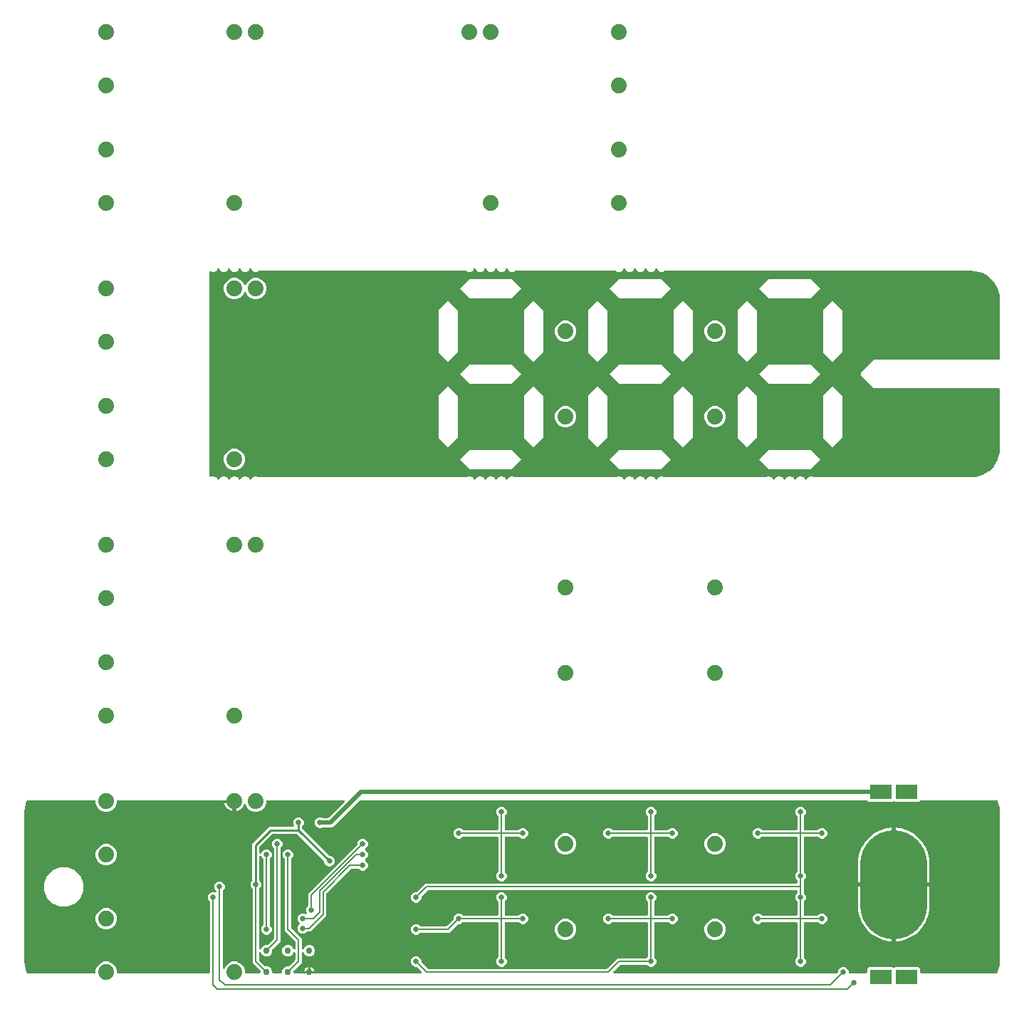
<source format=gbl>
G04 EAGLE Gerber RS-274X export*
G75*
%MOMM*%
%FSLAX34Y34*%
%LPD*%
%INBottom Copper*%
%IPPOS*%
%AMOC8*
5,1,8,0,0,1.08239X$1,22.5*%
G01*
%ADD10R,2.540000X1.778000*%
%ADD11C,8.000000*%
%ADD12C,0.762000*%
%ADD13C,1.879600*%
%ADD14C,0.635000*%
%ADD15C,0.508000*%
%ADD16C,0.152400*%
%ADD17C,0.254000*%

G36*
X-267598Y-1254D02*
X-267598Y-1254D01*
X-267479Y-1247D01*
X-267441Y-1234D01*
X-267400Y-1229D01*
X-267290Y-1186D01*
X-267177Y-1149D01*
X-267142Y-1127D01*
X-267105Y-1112D01*
X-267009Y-1043D01*
X-266908Y-979D01*
X-266880Y-949D01*
X-266847Y-926D01*
X-266771Y-834D01*
X-266690Y-747D01*
X-266670Y-712D01*
X-266645Y-681D01*
X-266594Y-573D01*
X-266536Y-469D01*
X-266526Y-429D01*
X-266509Y-393D01*
X-266487Y-276D01*
X-266457Y-161D01*
X-266453Y-101D01*
X-266449Y-81D01*
X-266451Y-60D01*
X-266447Y0D01*
X-266447Y2476D01*
X-264552Y7050D01*
X-261050Y10552D01*
X-256476Y12447D01*
X-251524Y12447D01*
X-246950Y10552D01*
X-243448Y7050D01*
X-241553Y2476D01*
X-241553Y0D01*
X-241538Y-118D01*
X-241531Y-237D01*
X-241518Y-275D01*
X-241513Y-316D01*
X-241470Y-426D01*
X-241433Y-539D01*
X-241411Y-574D01*
X-241396Y-611D01*
X-241327Y-707D01*
X-241263Y-808D01*
X-241233Y-836D01*
X-241210Y-869D01*
X-241118Y-945D01*
X-241031Y-1026D01*
X-240996Y-1046D01*
X-240965Y-1071D01*
X-240857Y-1122D01*
X-240753Y-1180D01*
X-240713Y-1190D01*
X-240677Y-1207D01*
X-240560Y-1229D01*
X-240445Y-1259D01*
X-240385Y-1263D01*
X-240365Y-1267D01*
X-240344Y-1265D01*
X-240284Y-1269D01*
X-132080Y-1269D01*
X-131962Y-1254D01*
X-131843Y-1247D01*
X-131805Y-1234D01*
X-131764Y-1229D01*
X-131654Y-1186D01*
X-131541Y-1149D01*
X-131506Y-1127D01*
X-131469Y-1112D01*
X-131373Y-1043D01*
X-131272Y-979D01*
X-131244Y-949D01*
X-131211Y-926D01*
X-131135Y-834D01*
X-131054Y-747D01*
X-131034Y-712D01*
X-131009Y-681D01*
X-130958Y-573D01*
X-130900Y-469D01*
X-130890Y-429D01*
X-130873Y-393D01*
X-130851Y-276D01*
X-130821Y-161D01*
X-130817Y-101D01*
X-130813Y-81D01*
X-130815Y-60D01*
X-130811Y0D01*
X-130811Y83256D01*
X-130823Y83354D01*
X-130826Y83454D01*
X-130843Y83512D01*
X-130851Y83572D01*
X-130887Y83664D01*
X-130915Y83759D01*
X-130945Y83811D01*
X-130968Y83868D01*
X-131026Y83948D01*
X-131076Y84033D01*
X-131142Y84108D01*
X-131154Y84125D01*
X-131164Y84133D01*
X-131182Y84154D01*
X-132403Y85375D01*
X-133351Y87662D01*
X-133351Y90138D01*
X-132403Y92425D01*
X-130652Y94176D01*
X-128365Y95124D01*
X-125889Y95124D01*
X-124946Y94733D01*
X-124898Y94720D01*
X-124853Y94699D01*
X-124745Y94678D01*
X-124639Y94649D01*
X-124589Y94648D01*
X-124540Y94639D01*
X-124431Y94646D01*
X-124321Y94644D01*
X-124273Y94656D01*
X-124223Y94659D01*
X-124119Y94692D01*
X-124012Y94718D01*
X-123968Y94741D01*
X-123921Y94757D01*
X-123828Y94815D01*
X-123731Y94867D01*
X-123694Y94900D01*
X-123652Y94927D01*
X-123577Y95007D01*
X-123495Y95081D01*
X-123468Y95122D01*
X-123434Y95158D01*
X-123381Y95255D01*
X-123321Y95346D01*
X-123304Y95394D01*
X-123280Y95437D01*
X-123253Y95543D01*
X-123217Y95647D01*
X-123213Y95697D01*
X-123201Y95745D01*
X-123191Y95906D01*
X-123191Y96083D01*
X-123203Y96181D01*
X-123206Y96281D01*
X-123223Y96339D01*
X-123231Y96399D01*
X-123267Y96491D01*
X-123295Y96586D01*
X-123325Y96638D01*
X-123348Y96695D01*
X-123406Y96775D01*
X-123456Y96860D01*
X-123522Y96935D01*
X-123534Y96952D01*
X-123544Y96960D01*
X-123562Y96981D01*
X-124656Y98075D01*
X-125604Y100362D01*
X-125604Y102838D01*
X-124656Y105125D01*
X-122905Y106876D01*
X-120618Y107824D01*
X-118142Y107824D01*
X-115855Y106876D01*
X-114104Y105125D01*
X-113156Y102838D01*
X-113156Y100362D01*
X-114104Y98075D01*
X-115198Y96981D01*
X-115258Y96903D01*
X-115326Y96830D01*
X-115355Y96777D01*
X-115392Y96730D01*
X-115432Y96639D01*
X-115480Y96552D01*
X-115495Y96493D01*
X-115519Y96438D01*
X-115534Y96340D01*
X-115559Y96244D01*
X-115565Y96144D01*
X-115569Y96124D01*
X-115567Y96111D01*
X-115569Y96083D01*
X-115569Y5181D01*
X-115561Y5112D01*
X-115562Y5042D01*
X-115541Y4955D01*
X-115529Y4865D01*
X-115504Y4801D01*
X-115487Y4733D01*
X-115445Y4653D01*
X-115412Y4570D01*
X-115371Y4513D01*
X-115339Y4452D01*
X-115278Y4385D01*
X-115226Y4312D01*
X-115172Y4268D01*
X-115125Y4216D01*
X-115050Y4167D01*
X-114981Y4110D01*
X-114917Y4080D01*
X-114859Y4042D01*
X-114774Y4012D01*
X-114693Y3974D01*
X-114624Y3961D01*
X-114558Y3938D01*
X-114469Y3931D01*
X-114381Y3914D01*
X-114311Y3919D01*
X-114241Y3913D01*
X-114153Y3929D01*
X-114063Y3934D01*
X-113997Y3956D01*
X-113928Y3968D01*
X-113846Y4004D01*
X-113761Y4032D01*
X-113702Y4069D01*
X-113638Y4098D01*
X-113568Y4154D01*
X-113492Y4202D01*
X-113444Y4253D01*
X-113390Y4297D01*
X-113335Y4368D01*
X-113274Y4434D01*
X-113240Y4495D01*
X-113198Y4551D01*
X-113127Y4695D01*
X-112152Y7050D01*
X-108650Y10552D01*
X-104076Y12447D01*
X-99124Y12447D01*
X-94550Y10552D01*
X-91048Y7050D01*
X-89153Y2476D01*
X-89153Y0D01*
X-89138Y-118D01*
X-89131Y-237D01*
X-89118Y-275D01*
X-89113Y-316D01*
X-89070Y-426D01*
X-89033Y-539D01*
X-89011Y-574D01*
X-88996Y-611D01*
X-88927Y-707D01*
X-88863Y-808D01*
X-88833Y-836D01*
X-88810Y-869D01*
X-88718Y-945D01*
X-88631Y-1026D01*
X-88596Y-1046D01*
X-88565Y-1071D01*
X-88457Y-1122D01*
X-88353Y-1180D01*
X-88313Y-1190D01*
X-88277Y-1207D01*
X-88160Y-1229D01*
X-88045Y-1259D01*
X-87985Y-1263D01*
X-87965Y-1267D01*
X-87944Y-1265D01*
X-87884Y-1269D01*
X-71628Y-1269D01*
X-71510Y-1254D01*
X-71391Y-1247D01*
X-71353Y-1234D01*
X-71312Y-1229D01*
X-71202Y-1186D01*
X-71089Y-1149D01*
X-71054Y-1127D01*
X-71017Y-1112D01*
X-70921Y-1043D01*
X-70820Y-979D01*
X-70792Y-949D01*
X-70759Y-926D01*
X-70683Y-834D01*
X-70602Y-747D01*
X-70582Y-712D01*
X-70557Y-681D01*
X-70506Y-573D01*
X-70448Y-469D01*
X-70438Y-429D01*
X-70421Y-393D01*
X-70399Y-276D01*
X-70369Y-161D01*
X-70365Y-101D01*
X-70361Y-81D01*
X-70363Y-60D01*
X-70359Y0D01*
X-70359Y944D01*
X-70371Y1042D01*
X-70374Y1141D01*
X-70391Y1199D01*
X-70399Y1259D01*
X-70435Y1351D01*
X-70463Y1447D01*
X-70493Y1499D01*
X-70516Y1555D01*
X-70574Y1635D01*
X-70624Y1720D01*
X-70690Y1796D01*
X-70702Y1812D01*
X-70712Y1820D01*
X-70730Y1841D01*
X-80011Y11122D01*
X-80011Y98623D01*
X-80023Y98721D01*
X-80026Y98821D01*
X-80043Y98879D01*
X-80051Y98939D01*
X-80087Y99031D01*
X-80115Y99126D01*
X-80145Y99178D01*
X-80168Y99235D01*
X-80226Y99315D01*
X-80276Y99400D01*
X-80342Y99475D01*
X-80354Y99492D01*
X-80364Y99500D01*
X-80382Y99521D01*
X-81476Y100615D01*
X-82424Y102902D01*
X-82424Y105378D01*
X-81476Y107665D01*
X-80890Y108251D01*
X-80830Y108329D01*
X-80762Y108402D01*
X-80733Y108455D01*
X-80721Y108469D01*
X-80717Y108475D01*
X-80716Y108476D01*
X-80696Y108502D01*
X-80656Y108593D01*
X-80608Y108680D01*
X-80594Y108734D01*
X-80581Y108763D01*
X-80580Y108770D01*
X-80569Y108794D01*
X-80554Y108892D01*
X-80529Y108988D01*
X-80524Y109058D01*
X-80521Y109075D01*
X-80522Y109090D01*
X-80519Y109108D01*
X-80521Y109121D01*
X-80519Y109149D01*
X-80519Y152919D01*
X-60209Y173229D01*
X-32143Y173229D01*
X-32093Y173235D01*
X-32044Y173233D01*
X-31936Y173255D01*
X-31827Y173269D01*
X-31781Y173287D01*
X-31732Y173297D01*
X-31634Y173345D01*
X-31531Y173386D01*
X-31491Y173415D01*
X-31447Y173437D01*
X-31363Y173508D01*
X-31274Y173572D01*
X-31242Y173611D01*
X-31205Y173643D01*
X-31141Y173733D01*
X-31071Y173817D01*
X-31050Y173862D01*
X-31021Y173903D01*
X-30982Y174006D01*
X-30936Y174105D01*
X-30926Y174154D01*
X-30909Y174200D01*
X-30897Y174310D01*
X-30876Y174417D01*
X-30879Y174467D01*
X-30873Y174516D01*
X-30889Y174625D01*
X-30896Y174735D01*
X-30911Y174782D01*
X-30918Y174831D01*
X-30970Y174984D01*
X-31624Y176562D01*
X-31624Y179038D01*
X-30676Y181325D01*
X-28925Y183076D01*
X-26638Y184024D01*
X-24162Y184024D01*
X-21875Y183076D01*
X-20124Y181325D01*
X-19176Y179038D01*
X-19176Y176562D01*
X-20124Y174275D01*
X-20709Y173689D01*
X-20770Y173611D01*
X-20838Y173538D01*
X-20867Y173485D01*
X-20904Y173438D01*
X-20944Y173347D01*
X-20992Y173260D01*
X-21007Y173201D01*
X-21031Y173146D01*
X-21046Y173048D01*
X-21071Y172952D01*
X-21077Y172852D01*
X-21081Y172832D01*
X-21079Y172819D01*
X-21081Y172791D01*
X-21081Y171225D01*
X-21069Y171126D01*
X-21066Y171027D01*
X-21049Y170969D01*
X-21041Y170909D01*
X-21005Y170817D01*
X-20977Y170722D01*
X-20947Y170670D01*
X-20924Y170613D01*
X-20866Y170533D01*
X-20816Y170448D01*
X-20750Y170373D01*
X-20738Y170356D01*
X-20728Y170348D01*
X-20710Y170327D01*
X10942Y138675D01*
X11020Y138615D01*
X11093Y138547D01*
X11146Y138518D01*
X11193Y138481D01*
X11284Y138441D01*
X11371Y138393D01*
X11430Y138378D01*
X11485Y138354D01*
X11583Y138339D01*
X11679Y138314D01*
X11779Y138308D01*
X11799Y138304D01*
X11812Y138306D01*
X11840Y138304D01*
X12668Y138304D01*
X14955Y137356D01*
X16706Y135605D01*
X17654Y133318D01*
X17654Y130842D01*
X16706Y128555D01*
X14955Y126804D01*
X12668Y125856D01*
X10192Y125856D01*
X7905Y126804D01*
X6154Y128555D01*
X5206Y130842D01*
X5206Y131670D01*
X5194Y131769D01*
X5191Y131868D01*
X5174Y131926D01*
X5166Y131986D01*
X5130Y132078D01*
X5102Y132173D01*
X5072Y132225D01*
X5049Y132282D01*
X4991Y132361D01*
X4941Y132447D01*
X4875Y132522D01*
X4863Y132539D01*
X4853Y132547D01*
X4835Y132568D01*
X-26817Y164220D01*
X-26895Y164280D01*
X-26968Y164348D01*
X-27021Y164377D01*
X-27068Y164414D01*
X-27159Y164454D01*
X-27246Y164502D01*
X-27305Y164517D01*
X-27360Y164541D01*
X-27458Y164556D01*
X-27554Y164581D01*
X-27654Y164587D01*
X-27674Y164591D01*
X-27687Y164589D01*
X-27715Y164591D01*
X-56105Y164591D01*
X-56204Y164579D01*
X-56303Y164576D01*
X-56361Y164559D01*
X-56421Y164551D01*
X-56513Y164515D01*
X-56608Y164487D01*
X-56660Y164457D01*
X-56717Y164434D01*
X-56797Y164376D01*
X-56882Y164326D01*
X-56957Y164260D01*
X-56974Y164248D01*
X-56982Y164238D01*
X-57003Y164220D01*
X-71510Y149713D01*
X-71570Y149635D01*
X-71638Y149562D01*
X-71667Y149509D01*
X-71704Y149462D01*
X-71744Y149371D01*
X-71792Y149284D01*
X-71807Y149225D01*
X-71831Y149170D01*
X-71846Y149072D01*
X-71871Y148976D01*
X-71877Y148876D01*
X-71881Y148856D01*
X-71879Y148843D01*
X-71881Y148815D01*
X-71881Y142110D01*
X-71873Y142041D01*
X-71874Y141971D01*
X-71853Y141884D01*
X-71841Y141795D01*
X-71816Y141730D01*
X-71799Y141662D01*
X-71757Y141582D01*
X-71724Y141499D01*
X-71683Y141443D01*
X-71651Y141381D01*
X-71590Y141314D01*
X-71538Y141242D01*
X-71484Y141197D01*
X-71437Y141145D01*
X-71362Y141096D01*
X-71293Y141039D01*
X-71229Y141009D01*
X-71171Y140971D01*
X-71086Y140941D01*
X-71005Y140903D01*
X-70936Y140890D01*
X-70870Y140867D01*
X-70781Y140860D01*
X-70693Y140843D01*
X-70623Y140848D01*
X-70553Y140842D01*
X-70465Y140858D01*
X-70375Y140863D01*
X-70309Y140885D01*
X-70240Y140897D01*
X-70158Y140934D01*
X-70073Y140961D01*
X-70014Y140999D01*
X-69950Y141027D01*
X-69880Y141083D01*
X-69804Y141131D01*
X-69756Y141182D01*
X-69702Y141226D01*
X-69647Y141298D01*
X-69586Y141363D01*
X-69552Y141424D01*
X-69510Y141480D01*
X-69439Y141624D01*
X-68776Y143225D01*
X-67025Y144976D01*
X-64738Y145924D01*
X-62262Y145924D01*
X-59975Y144976D01*
X-58224Y143225D01*
X-57276Y140938D01*
X-57276Y138462D01*
X-58224Y136175D01*
X-59318Y135081D01*
X-59378Y135003D01*
X-59446Y134930D01*
X-59475Y134877D01*
X-59512Y134830D01*
X-59552Y134739D01*
X-59600Y134652D01*
X-59615Y134593D01*
X-59639Y134538D01*
X-59654Y134440D01*
X-59679Y134344D01*
X-59685Y134244D01*
X-59689Y134224D01*
X-59687Y134211D01*
X-59689Y134183D01*
X-59689Y56317D01*
X-59677Y56219D01*
X-59674Y56119D01*
X-59657Y56061D01*
X-59649Y56001D01*
X-59613Y55909D01*
X-59585Y55814D01*
X-59555Y55762D01*
X-59532Y55705D01*
X-59474Y55625D01*
X-59424Y55540D01*
X-59358Y55465D01*
X-59346Y55448D01*
X-59336Y55440D01*
X-59318Y55419D01*
X-58224Y54325D01*
X-57276Y52038D01*
X-57276Y49562D01*
X-58224Y47275D01*
X-59975Y45524D01*
X-62262Y44576D01*
X-64738Y44576D01*
X-67025Y45524D01*
X-68776Y47275D01*
X-69724Y49562D01*
X-69724Y52038D01*
X-68776Y54325D01*
X-67682Y55419D01*
X-67622Y55497D01*
X-67554Y55570D01*
X-67525Y55623D01*
X-67488Y55670D01*
X-67448Y55761D01*
X-67400Y55848D01*
X-67385Y55907D01*
X-67361Y55962D01*
X-67346Y56060D01*
X-67321Y56156D01*
X-67315Y56256D01*
X-67311Y56276D01*
X-67313Y56289D01*
X-67311Y56317D01*
X-67311Y134183D01*
X-67323Y134281D01*
X-67326Y134381D01*
X-67343Y134439D01*
X-67351Y134499D01*
X-67387Y134591D01*
X-67415Y134686D01*
X-67445Y134738D01*
X-67468Y134795D01*
X-67526Y134875D01*
X-67576Y134960D01*
X-67642Y135035D01*
X-67654Y135052D01*
X-67664Y135060D01*
X-67682Y135081D01*
X-68776Y136175D01*
X-69439Y137776D01*
X-69474Y137836D01*
X-69500Y137901D01*
X-69552Y137974D01*
X-69597Y138052D01*
X-69645Y138102D01*
X-69686Y138158D01*
X-69756Y138216D01*
X-69818Y138280D01*
X-69878Y138317D01*
X-69931Y138361D01*
X-70013Y138400D01*
X-70089Y138447D01*
X-70156Y138467D01*
X-70219Y138497D01*
X-70307Y138514D01*
X-70393Y138540D01*
X-70463Y138543D01*
X-70532Y138557D01*
X-70621Y138551D01*
X-70711Y138555D01*
X-70779Y138541D01*
X-70849Y138537D01*
X-70934Y138509D01*
X-71022Y138491D01*
X-71085Y138460D01*
X-71151Y138439D01*
X-71227Y138391D01*
X-71308Y138351D01*
X-71361Y138306D01*
X-71420Y138269D01*
X-71482Y138203D01*
X-71550Y138145D01*
X-71590Y138088D01*
X-71638Y138037D01*
X-71681Y137958D01*
X-71733Y137885D01*
X-71758Y137820D01*
X-71792Y137759D01*
X-71814Y137672D01*
X-71846Y137588D01*
X-71854Y137518D01*
X-71871Y137451D01*
X-71881Y137290D01*
X-71881Y109149D01*
X-71869Y109051D01*
X-71866Y108951D01*
X-71860Y108930D01*
X-71859Y108919D01*
X-71848Y108885D01*
X-71841Y108833D01*
X-71805Y108741D01*
X-71777Y108646D01*
X-71762Y108620D01*
X-71761Y108616D01*
X-71746Y108593D01*
X-71724Y108537D01*
X-71666Y108457D01*
X-71616Y108372D01*
X-71550Y108297D01*
X-71538Y108280D01*
X-71528Y108272D01*
X-71510Y108251D01*
X-70924Y107665D01*
X-69976Y105378D01*
X-69976Y102902D01*
X-70924Y100615D01*
X-72018Y99521D01*
X-72078Y99443D01*
X-72146Y99370D01*
X-72175Y99317D01*
X-72212Y99270D01*
X-72252Y99179D01*
X-72300Y99092D01*
X-72315Y99033D01*
X-72339Y98978D01*
X-72354Y98880D01*
X-72379Y98784D01*
X-72385Y98684D01*
X-72389Y98664D01*
X-72387Y98651D01*
X-72389Y98623D01*
X-72389Y28243D01*
X-72381Y28174D01*
X-72382Y28104D01*
X-72361Y28017D01*
X-72349Y27928D01*
X-72324Y27863D01*
X-72307Y27795D01*
X-72265Y27715D01*
X-72232Y27632D01*
X-72191Y27575D01*
X-72159Y27514D01*
X-72098Y27447D01*
X-72046Y27374D01*
X-71992Y27330D01*
X-71945Y27278D01*
X-71870Y27229D01*
X-71801Y27172D01*
X-71737Y27142D01*
X-71679Y27104D01*
X-71594Y27074D01*
X-71513Y27036D01*
X-71444Y27023D01*
X-71378Y27000D01*
X-71289Y26993D01*
X-71201Y26976D01*
X-71131Y26981D01*
X-71061Y26975D01*
X-70973Y26991D01*
X-70883Y26996D01*
X-70817Y27018D01*
X-70748Y27030D01*
X-70666Y27066D01*
X-70581Y27094D01*
X-70522Y27131D01*
X-70458Y27160D01*
X-70388Y27216D01*
X-70312Y27264D01*
X-70264Y27315D01*
X-70210Y27359D01*
X-70155Y27431D01*
X-70094Y27496D01*
X-70060Y27557D01*
X-70018Y27613D01*
X-69947Y27757D01*
X-69315Y29285D01*
X-67385Y31215D01*
X-64864Y32259D01*
X-62556Y32259D01*
X-62458Y32271D01*
X-62359Y32274D01*
X-62301Y32291D01*
X-62241Y32299D01*
X-62149Y32335D01*
X-62053Y32363D01*
X-62001Y32393D01*
X-61945Y32416D01*
X-61865Y32474D01*
X-61780Y32524D01*
X-61704Y32590D01*
X-61688Y32602D01*
X-61680Y32612D01*
X-61659Y32630D01*
X-54982Y39307D01*
X-54922Y39385D01*
X-54854Y39457D01*
X-54825Y39510D01*
X-54788Y39558D01*
X-54748Y39649D01*
X-54700Y39736D01*
X-54685Y39794D01*
X-54661Y39850D01*
X-54646Y39948D01*
X-54621Y40044D01*
X-54615Y40144D01*
X-54611Y40164D01*
X-54613Y40176D01*
X-54611Y40204D01*
X-54611Y146883D01*
X-54623Y146981D01*
X-54626Y147081D01*
X-54643Y147139D01*
X-54651Y147199D01*
X-54687Y147291D01*
X-54715Y147386D01*
X-54745Y147438D01*
X-54768Y147495D01*
X-54826Y147575D01*
X-54876Y147660D01*
X-54942Y147735D01*
X-54954Y147752D01*
X-54964Y147760D01*
X-54982Y147781D01*
X-56076Y148875D01*
X-57024Y151162D01*
X-57024Y153638D01*
X-56076Y155925D01*
X-54325Y157676D01*
X-52038Y158624D01*
X-49562Y158624D01*
X-47275Y157676D01*
X-45524Y155925D01*
X-44576Y153638D01*
X-44576Y151162D01*
X-45524Y148875D01*
X-46618Y147781D01*
X-46678Y147703D01*
X-46746Y147630D01*
X-46775Y147577D01*
X-46812Y147530D01*
X-46852Y147439D01*
X-46900Y147352D01*
X-46915Y147293D01*
X-46939Y147238D01*
X-46954Y147140D01*
X-46979Y147044D01*
X-46985Y146944D01*
X-46989Y146924D01*
X-46987Y146911D01*
X-46989Y146883D01*
X-46989Y36522D01*
X-56270Y27241D01*
X-56330Y27163D01*
X-56398Y27091D01*
X-56427Y27038D01*
X-56464Y26990D01*
X-56504Y26899D01*
X-56552Y26812D01*
X-56567Y26754D01*
X-56591Y26698D01*
X-56606Y26600D01*
X-56631Y26504D01*
X-56637Y26404D01*
X-56641Y26384D01*
X-56639Y26372D01*
X-56641Y26344D01*
X-56641Y24036D01*
X-57685Y21515D01*
X-59615Y19585D01*
X-62136Y18541D01*
X-64864Y18541D01*
X-67385Y19585D01*
X-69315Y21515D01*
X-69947Y23043D01*
X-69982Y23103D01*
X-70008Y23168D01*
X-70060Y23241D01*
X-70105Y23319D01*
X-70153Y23369D01*
X-70194Y23426D01*
X-70264Y23483D01*
X-70326Y23547D01*
X-70386Y23584D01*
X-70439Y23628D01*
X-70521Y23667D01*
X-70597Y23714D01*
X-70664Y23734D01*
X-70727Y23764D01*
X-70815Y23781D01*
X-70901Y23807D01*
X-70971Y23811D01*
X-71040Y23824D01*
X-71129Y23818D01*
X-71219Y23822D01*
X-71287Y23808D01*
X-71357Y23804D01*
X-71442Y23776D01*
X-71530Y23758D01*
X-71593Y23727D01*
X-71659Y23706D01*
X-71735Y23658D01*
X-71816Y23618D01*
X-71869Y23573D01*
X-71928Y23536D01*
X-71990Y23470D01*
X-72058Y23412D01*
X-72098Y23355D01*
X-72146Y23304D01*
X-72189Y23225D01*
X-72241Y23152D01*
X-72266Y23087D01*
X-72300Y23026D01*
X-72322Y22939D01*
X-72354Y22855D01*
X-72362Y22785D01*
X-72379Y22718D01*
X-72389Y22557D01*
X-72389Y14804D01*
X-72377Y14706D01*
X-72374Y14607D01*
X-72357Y14549D01*
X-72349Y14489D01*
X-72313Y14397D01*
X-72285Y14301D01*
X-72255Y14249D01*
X-72232Y14193D01*
X-72174Y14113D01*
X-72124Y14028D01*
X-72058Y13952D01*
X-72046Y13936D01*
X-72036Y13928D01*
X-72018Y13907D01*
X-65341Y7230D01*
X-65263Y7170D01*
X-65191Y7102D01*
X-65138Y7073D01*
X-65090Y7036D01*
X-64999Y6996D01*
X-64912Y6948D01*
X-64854Y6933D01*
X-64798Y6909D01*
X-64700Y6894D01*
X-64604Y6869D01*
X-64504Y6863D01*
X-64484Y6859D01*
X-64472Y6861D01*
X-64444Y6859D01*
X-62136Y6859D01*
X-59615Y5815D01*
X-57685Y3885D01*
X-56641Y1364D01*
X-56641Y0D01*
X-56626Y-118D01*
X-56619Y-237D01*
X-56606Y-275D01*
X-56601Y-316D01*
X-56558Y-426D01*
X-56521Y-539D01*
X-56499Y-574D01*
X-56484Y-611D01*
X-56415Y-707D01*
X-56351Y-808D01*
X-56321Y-836D01*
X-56298Y-869D01*
X-56206Y-945D01*
X-56119Y-1026D01*
X-56084Y-1046D01*
X-56053Y-1071D01*
X-55945Y-1122D01*
X-55841Y-1180D01*
X-55801Y-1190D01*
X-55765Y-1207D01*
X-55648Y-1229D01*
X-55533Y-1259D01*
X-55473Y-1263D01*
X-55453Y-1267D01*
X-55432Y-1265D01*
X-55372Y-1269D01*
X-46228Y-1269D01*
X-46110Y-1254D01*
X-45991Y-1247D01*
X-45953Y-1234D01*
X-45912Y-1229D01*
X-45802Y-1186D01*
X-45689Y-1149D01*
X-45654Y-1127D01*
X-45617Y-1112D01*
X-45521Y-1043D01*
X-45420Y-979D01*
X-45392Y-949D01*
X-45359Y-926D01*
X-45283Y-834D01*
X-45202Y-747D01*
X-45182Y-712D01*
X-45157Y-681D01*
X-45106Y-573D01*
X-45048Y-469D01*
X-45038Y-429D01*
X-45021Y-393D01*
X-44999Y-276D01*
X-44969Y-161D01*
X-44965Y-101D01*
X-44961Y-81D01*
X-44963Y-60D01*
X-44959Y0D01*
X-44959Y1364D01*
X-43915Y3885D01*
X-41985Y5815D01*
X-39464Y6859D01*
X-37156Y6859D01*
X-37058Y6871D01*
X-36959Y6874D01*
X-36901Y6891D01*
X-36841Y6899D01*
X-36749Y6935D01*
X-36653Y6963D01*
X-36601Y6993D01*
X-36545Y7016D01*
X-36465Y7074D01*
X-36380Y7124D01*
X-36304Y7190D01*
X-36288Y7202D01*
X-36280Y7212D01*
X-36259Y7230D01*
X-29582Y13907D01*
X-29522Y13985D01*
X-29454Y14057D01*
X-29425Y14110D01*
X-29388Y14158D01*
X-29348Y14249D01*
X-29300Y14336D01*
X-29285Y14394D01*
X-29261Y14450D01*
X-29246Y14548D01*
X-29221Y14644D01*
X-29215Y14744D01*
X-29211Y14764D01*
X-29213Y14776D01*
X-29211Y14804D01*
X-29211Y22557D01*
X-29219Y22626D01*
X-29218Y22696D01*
X-29239Y22783D01*
X-29251Y22872D01*
X-29276Y22937D01*
X-29293Y23005D01*
X-29335Y23085D01*
X-29368Y23168D01*
X-29409Y23225D01*
X-29441Y23286D01*
X-29502Y23353D01*
X-29554Y23426D01*
X-29608Y23470D01*
X-29655Y23522D01*
X-29730Y23571D01*
X-29799Y23628D01*
X-29863Y23658D01*
X-29921Y23696D01*
X-30006Y23726D01*
X-30087Y23764D01*
X-30156Y23777D01*
X-30222Y23800D01*
X-30311Y23807D01*
X-30399Y23824D01*
X-30469Y23819D01*
X-30539Y23825D01*
X-30627Y23809D01*
X-30717Y23804D01*
X-30783Y23782D01*
X-30852Y23770D01*
X-30934Y23734D01*
X-31019Y23706D01*
X-31078Y23669D01*
X-31142Y23640D01*
X-31212Y23584D01*
X-31288Y23536D01*
X-31336Y23485D01*
X-31390Y23441D01*
X-31445Y23369D01*
X-31506Y23304D01*
X-31540Y23243D01*
X-31582Y23187D01*
X-31653Y23043D01*
X-32285Y21515D01*
X-34215Y19585D01*
X-36736Y18541D01*
X-39464Y18541D01*
X-41985Y19585D01*
X-43915Y21515D01*
X-44959Y24036D01*
X-44959Y26764D01*
X-43915Y29285D01*
X-41985Y31215D01*
X-39464Y32259D01*
X-36736Y32259D01*
X-34215Y31215D01*
X-32285Y29285D01*
X-31653Y27757D01*
X-31618Y27697D01*
X-31592Y27632D01*
X-31540Y27559D01*
X-31495Y27481D01*
X-31447Y27431D01*
X-31406Y27374D01*
X-31336Y27317D01*
X-31274Y27253D01*
X-31214Y27216D01*
X-31161Y27172D01*
X-31079Y27133D01*
X-31003Y27086D01*
X-30936Y27066D01*
X-30873Y27036D01*
X-30785Y27019D01*
X-30699Y26993D01*
X-30629Y26989D01*
X-30560Y26976D01*
X-30471Y26982D01*
X-30381Y26978D01*
X-30313Y26992D01*
X-30243Y26996D01*
X-30158Y27024D01*
X-30070Y27042D01*
X-30007Y27073D01*
X-29941Y27094D01*
X-29865Y27142D01*
X-29784Y27182D01*
X-29731Y27227D01*
X-29672Y27264D01*
X-29610Y27330D01*
X-29542Y27388D01*
X-29502Y27445D01*
X-29454Y27496D01*
X-29411Y27575D01*
X-29359Y27648D01*
X-29334Y27713D01*
X-29300Y27774D01*
X-29278Y27861D01*
X-29246Y27945D01*
X-29238Y28015D01*
X-29221Y28082D01*
X-29211Y28243D01*
X-29211Y35996D01*
X-29223Y36094D01*
X-29226Y36193D01*
X-29243Y36251D01*
X-29251Y36311D01*
X-29287Y36403D01*
X-29315Y36499D01*
X-29345Y36551D01*
X-29368Y36607D01*
X-29426Y36687D01*
X-29476Y36772D01*
X-29542Y36848D01*
X-29554Y36864D01*
X-29564Y36872D01*
X-29582Y36893D01*
X-41911Y49222D01*
X-41911Y134183D01*
X-41923Y134281D01*
X-41926Y134381D01*
X-41943Y134439D01*
X-41951Y134499D01*
X-41987Y134591D01*
X-42015Y134686D01*
X-42045Y134738D01*
X-42068Y134795D01*
X-42126Y134875D01*
X-42176Y134960D01*
X-42242Y135035D01*
X-42254Y135052D01*
X-42264Y135060D01*
X-42282Y135081D01*
X-43376Y136175D01*
X-44324Y138462D01*
X-44324Y140938D01*
X-43376Y143225D01*
X-41625Y144976D01*
X-39338Y145924D01*
X-36862Y145924D01*
X-34575Y144976D01*
X-32824Y143225D01*
X-31876Y140938D01*
X-31876Y138462D01*
X-32824Y136175D01*
X-33918Y135081D01*
X-33978Y135003D01*
X-34046Y134930D01*
X-34075Y134877D01*
X-34112Y134830D01*
X-34152Y134739D01*
X-34200Y134652D01*
X-34215Y134593D01*
X-34239Y134538D01*
X-34254Y134440D01*
X-34279Y134344D01*
X-34285Y134244D01*
X-34289Y134224D01*
X-34287Y134211D01*
X-34289Y134183D01*
X-34289Y52904D01*
X-34277Y52806D01*
X-34274Y52707D01*
X-34257Y52649D01*
X-34249Y52589D01*
X-34213Y52497D01*
X-34185Y52401D01*
X-34155Y52349D01*
X-34132Y52293D01*
X-34074Y52213D01*
X-34024Y52128D01*
X-33958Y52052D01*
X-33946Y52036D01*
X-33936Y52028D01*
X-33918Y52007D01*
X-21589Y39678D01*
X-21589Y28243D01*
X-21581Y28174D01*
X-21582Y28104D01*
X-21561Y28017D01*
X-21549Y27928D01*
X-21524Y27863D01*
X-21507Y27795D01*
X-21465Y27715D01*
X-21432Y27632D01*
X-21391Y27575D01*
X-21359Y27514D01*
X-21298Y27447D01*
X-21246Y27374D01*
X-21192Y27330D01*
X-21145Y27278D01*
X-21070Y27229D01*
X-21001Y27172D01*
X-20937Y27142D01*
X-20879Y27104D01*
X-20794Y27074D01*
X-20713Y27036D01*
X-20644Y27023D01*
X-20578Y27000D01*
X-20489Y26993D01*
X-20401Y26976D01*
X-20331Y26981D01*
X-20261Y26975D01*
X-20173Y26991D01*
X-20083Y26996D01*
X-20017Y27018D01*
X-19948Y27030D01*
X-19866Y27066D01*
X-19781Y27094D01*
X-19722Y27131D01*
X-19658Y27160D01*
X-19588Y27216D01*
X-19512Y27264D01*
X-19464Y27315D01*
X-19410Y27359D01*
X-19355Y27431D01*
X-19294Y27496D01*
X-19260Y27557D01*
X-19218Y27613D01*
X-19147Y27757D01*
X-18515Y29285D01*
X-16585Y31215D01*
X-14064Y32259D01*
X-11336Y32259D01*
X-8815Y31215D01*
X-6885Y29285D01*
X-5841Y26764D01*
X-5841Y24036D01*
X-6885Y21515D01*
X-8815Y19585D01*
X-11336Y18541D01*
X-14064Y18541D01*
X-16585Y19585D01*
X-18515Y21515D01*
X-19147Y23043D01*
X-19182Y23103D01*
X-19208Y23168D01*
X-19260Y23241D01*
X-19305Y23319D01*
X-19353Y23369D01*
X-19394Y23426D01*
X-19464Y23483D01*
X-19526Y23547D01*
X-19586Y23584D01*
X-19639Y23628D01*
X-19721Y23667D01*
X-19797Y23714D01*
X-19864Y23734D01*
X-19927Y23764D01*
X-20015Y23781D01*
X-20101Y23807D01*
X-20171Y23811D01*
X-20240Y23824D01*
X-20329Y23818D01*
X-20419Y23822D01*
X-20487Y23808D01*
X-20557Y23804D01*
X-20642Y23776D01*
X-20730Y23758D01*
X-20793Y23727D01*
X-20859Y23706D01*
X-20935Y23658D01*
X-21016Y23618D01*
X-21069Y23573D01*
X-21128Y23536D01*
X-21190Y23470D01*
X-21258Y23412D01*
X-21298Y23355D01*
X-21346Y23304D01*
X-21389Y23225D01*
X-21441Y23152D01*
X-21466Y23087D01*
X-21500Y23026D01*
X-21522Y22939D01*
X-21554Y22855D01*
X-21562Y22785D01*
X-21579Y22718D01*
X-21589Y22557D01*
X-21589Y11122D01*
X-30870Y1841D01*
X-30930Y1763D01*
X-30998Y1691D01*
X-31027Y1638D01*
X-31064Y1590D01*
X-31104Y1499D01*
X-31152Y1412D01*
X-31167Y1354D01*
X-31191Y1298D01*
X-31206Y1200D01*
X-31231Y1104D01*
X-31237Y1004D01*
X-31241Y984D01*
X-31239Y972D01*
X-31241Y944D01*
X-31241Y0D01*
X-31226Y-118D01*
X-31219Y-237D01*
X-31206Y-275D01*
X-31201Y-316D01*
X-31158Y-426D01*
X-31121Y-539D01*
X-31099Y-574D01*
X-31084Y-611D01*
X-31015Y-707D01*
X-30951Y-808D01*
X-30921Y-836D01*
X-30898Y-869D01*
X-30806Y-945D01*
X-30719Y-1026D01*
X-30684Y-1046D01*
X-30653Y-1071D01*
X-30545Y-1122D01*
X-30441Y-1180D01*
X-30401Y-1190D01*
X-30365Y-1207D01*
X-30248Y-1229D01*
X-30133Y-1259D01*
X-30073Y-1263D01*
X-30053Y-1267D01*
X-30032Y-1265D01*
X-29972Y-1269D01*
X-12700Y-1269D01*
X119816Y-1269D01*
X119953Y-1252D01*
X120092Y-1239D01*
X120111Y-1232D01*
X120131Y-1229D01*
X120260Y-1178D01*
X120391Y-1131D01*
X120408Y-1120D01*
X120427Y-1112D01*
X120540Y-1031D01*
X120655Y-953D01*
X120668Y-937D01*
X120684Y-926D01*
X120773Y-818D01*
X120865Y-714D01*
X120874Y-696D01*
X120887Y-681D01*
X120946Y-555D01*
X121010Y-431D01*
X121014Y-411D01*
X121023Y-393D01*
X121049Y-257D01*
X121079Y-121D01*
X121079Y-100D01*
X121083Y-81D01*
X121074Y58D01*
X121070Y197D01*
X121064Y217D01*
X121063Y237D01*
X121020Y369D01*
X120981Y503D01*
X120971Y520D01*
X120965Y539D01*
X120890Y657D01*
X120820Y777D01*
X120801Y798D01*
X120795Y808D01*
X120780Y822D01*
X120713Y898D01*
X115506Y6105D01*
X115428Y6165D01*
X115356Y6233D01*
X115303Y6262D01*
X115255Y6299D01*
X115164Y6339D01*
X115077Y6387D01*
X115019Y6402D01*
X114963Y6426D01*
X114865Y6441D01*
X114769Y6466D01*
X114669Y6472D01*
X114649Y6476D01*
X114637Y6474D01*
X114609Y6476D01*
X113062Y6476D01*
X110775Y7424D01*
X109024Y9175D01*
X108076Y11462D01*
X108076Y13938D01*
X109024Y16225D01*
X110775Y17976D01*
X113062Y18924D01*
X115538Y18924D01*
X117825Y17976D01*
X119576Y16225D01*
X120524Y13938D01*
X120524Y12391D01*
X120536Y12293D01*
X120539Y12194D01*
X120556Y12136D01*
X120564Y12076D01*
X120600Y11984D01*
X120628Y11888D01*
X120658Y11836D01*
X120681Y11780D01*
X120739Y11700D01*
X120789Y11615D01*
X120855Y11539D01*
X120867Y11523D01*
X120877Y11515D01*
X120895Y11494D01*
X128207Y4182D01*
X128285Y4122D01*
X128357Y4054D01*
X128410Y4025D01*
X128458Y3988D01*
X128549Y3948D01*
X128636Y3900D01*
X128694Y3885D01*
X128750Y3861D01*
X128848Y3846D01*
X128944Y3821D01*
X129044Y3815D01*
X129064Y3811D01*
X129076Y3813D01*
X129104Y3811D01*
X340796Y3811D01*
X340894Y3823D01*
X340993Y3826D01*
X341051Y3843D01*
X341111Y3851D01*
X341203Y3887D01*
X341299Y3915D01*
X341351Y3945D01*
X341407Y3968D01*
X341487Y4026D01*
X341572Y4076D01*
X341648Y4142D01*
X341664Y4154D01*
X341672Y4164D01*
X341693Y4182D01*
X354022Y16511D01*
X388183Y16511D01*
X388281Y16523D01*
X388381Y16526D01*
X388439Y16543D01*
X388499Y16551D01*
X388591Y16587D01*
X388686Y16615D01*
X388738Y16645D01*
X388795Y16668D01*
X388875Y16726D01*
X388960Y16776D01*
X389035Y16842D01*
X389052Y16854D01*
X389060Y16864D01*
X389081Y16882D01*
X389518Y17319D01*
X389578Y17397D01*
X389646Y17470D01*
X389675Y17523D01*
X389712Y17570D01*
X389752Y17661D01*
X389800Y17748D01*
X389815Y17807D01*
X389839Y17862D01*
X389854Y17960D01*
X389879Y18056D01*
X389885Y18156D01*
X389889Y18176D01*
X389887Y18189D01*
X389889Y18217D01*
X389889Y58420D01*
X389874Y58538D01*
X389867Y58657D01*
X389854Y58695D01*
X389849Y58736D01*
X389806Y58846D01*
X389769Y58959D01*
X389747Y58994D01*
X389732Y59031D01*
X389663Y59127D01*
X389599Y59228D01*
X389569Y59256D01*
X389546Y59289D01*
X389454Y59365D01*
X389367Y59446D01*
X389332Y59466D01*
X389301Y59491D01*
X389193Y59542D01*
X389089Y59600D01*
X389049Y59610D01*
X389013Y59627D01*
X388896Y59649D01*
X388781Y59679D01*
X388721Y59683D01*
X388701Y59687D01*
X388680Y59685D01*
X388620Y59689D01*
X348417Y59689D01*
X348319Y59677D01*
X348219Y59674D01*
X348161Y59657D01*
X348101Y59649D01*
X348009Y59613D01*
X347914Y59585D01*
X347862Y59555D01*
X347805Y59532D01*
X347725Y59474D01*
X347640Y59424D01*
X347565Y59358D01*
X347548Y59346D01*
X347540Y59336D01*
X347519Y59318D01*
X346425Y58224D01*
X344138Y57276D01*
X341662Y57276D01*
X339375Y58224D01*
X337624Y59975D01*
X336676Y62262D01*
X336676Y64738D01*
X337624Y67025D01*
X339375Y68776D01*
X341662Y69724D01*
X344138Y69724D01*
X346425Y68776D01*
X347519Y67682D01*
X347597Y67622D01*
X347670Y67554D01*
X347723Y67525D01*
X347770Y67488D01*
X347861Y67448D01*
X347948Y67400D01*
X348007Y67385D01*
X348062Y67361D01*
X348160Y67346D01*
X348256Y67321D01*
X348356Y67315D01*
X348376Y67311D01*
X348389Y67313D01*
X348417Y67311D01*
X388620Y67311D01*
X388738Y67326D01*
X388857Y67333D01*
X388895Y67346D01*
X388936Y67351D01*
X389046Y67394D01*
X389159Y67431D01*
X389194Y67453D01*
X389231Y67468D01*
X389327Y67537D01*
X389428Y67601D01*
X389456Y67631D01*
X389489Y67654D01*
X389565Y67746D01*
X389646Y67833D01*
X389666Y67868D01*
X389691Y67899D01*
X389742Y68007D01*
X389800Y68111D01*
X389810Y68151D01*
X389827Y68187D01*
X389849Y68304D01*
X389879Y68419D01*
X389883Y68479D01*
X389887Y68499D01*
X389885Y68520D01*
X389889Y68580D01*
X389889Y83383D01*
X389877Y83481D01*
X389874Y83581D01*
X389857Y83639D01*
X389849Y83699D01*
X389813Y83791D01*
X389785Y83886D01*
X389755Y83938D01*
X389732Y83995D01*
X389674Y84075D01*
X389624Y84160D01*
X389558Y84235D01*
X389546Y84252D01*
X389536Y84260D01*
X389518Y84281D01*
X388424Y85375D01*
X387476Y87662D01*
X387476Y90138D01*
X388424Y92425D01*
X390175Y94176D01*
X392462Y95124D01*
X394938Y95124D01*
X397225Y94176D01*
X398976Y92425D01*
X399924Y90138D01*
X399924Y87662D01*
X398976Y85375D01*
X397882Y84281D01*
X397822Y84203D01*
X397754Y84130D01*
X397725Y84077D01*
X397688Y84030D01*
X397648Y83939D01*
X397600Y83852D01*
X397585Y83793D01*
X397561Y83738D01*
X397546Y83640D01*
X397521Y83544D01*
X397515Y83444D01*
X397511Y83424D01*
X397513Y83411D01*
X397511Y83383D01*
X397511Y68580D01*
X397526Y68462D01*
X397533Y68343D01*
X397546Y68305D01*
X397551Y68264D01*
X397594Y68154D01*
X397631Y68041D01*
X397653Y68006D01*
X397668Y67969D01*
X397737Y67873D01*
X397801Y67772D01*
X397831Y67744D01*
X397854Y67711D01*
X397946Y67635D01*
X398033Y67554D01*
X398068Y67534D01*
X398099Y67509D01*
X398207Y67458D01*
X398311Y67400D01*
X398351Y67390D01*
X398387Y67373D01*
X398504Y67351D01*
X398619Y67321D01*
X398679Y67317D01*
X398699Y67313D01*
X398720Y67315D01*
X398780Y67311D01*
X413583Y67311D01*
X413681Y67323D01*
X413781Y67326D01*
X413839Y67343D01*
X413899Y67351D01*
X413991Y67387D01*
X414086Y67415D01*
X414138Y67445D01*
X414195Y67468D01*
X414275Y67526D01*
X414360Y67576D01*
X414435Y67642D01*
X414452Y67654D01*
X414460Y67664D01*
X414481Y67682D01*
X415575Y68776D01*
X417862Y69724D01*
X420338Y69724D01*
X422625Y68776D01*
X424376Y67025D01*
X425324Y64738D01*
X425324Y62262D01*
X424376Y59975D01*
X422625Y58224D01*
X420338Y57276D01*
X417862Y57276D01*
X415575Y58224D01*
X414481Y59318D01*
X414403Y59378D01*
X414330Y59446D01*
X414277Y59475D01*
X414230Y59512D01*
X414139Y59552D01*
X414052Y59600D01*
X413993Y59615D01*
X413938Y59639D01*
X413840Y59654D01*
X413744Y59679D01*
X413644Y59685D01*
X413624Y59689D01*
X413611Y59687D01*
X413583Y59689D01*
X398780Y59689D01*
X398662Y59674D01*
X398543Y59667D01*
X398505Y59654D01*
X398464Y59649D01*
X398354Y59606D01*
X398241Y59569D01*
X398206Y59547D01*
X398169Y59532D01*
X398073Y59463D01*
X397972Y59399D01*
X397944Y59369D01*
X397911Y59346D01*
X397835Y59254D01*
X397754Y59167D01*
X397734Y59132D01*
X397709Y59101D01*
X397658Y58993D01*
X397600Y58889D01*
X397590Y58849D01*
X397573Y58813D01*
X397551Y58696D01*
X397521Y58581D01*
X397517Y58521D01*
X397513Y58501D01*
X397515Y58480D01*
X397514Y58469D01*
X397513Y58466D01*
X397513Y58463D01*
X397511Y58420D01*
X397511Y18217D01*
X397523Y18119D01*
X397526Y18019D01*
X397543Y17961D01*
X397551Y17901D01*
X397587Y17809D01*
X397615Y17714D01*
X397645Y17662D01*
X397668Y17605D01*
X397726Y17525D01*
X397776Y17440D01*
X397842Y17365D01*
X397854Y17348D01*
X397864Y17340D01*
X397882Y17319D01*
X398976Y16225D01*
X399924Y13938D01*
X399924Y11462D01*
X398976Y9175D01*
X397225Y7424D01*
X394938Y6476D01*
X392462Y6476D01*
X390175Y7424D01*
X389081Y8518D01*
X389003Y8578D01*
X388930Y8646D01*
X388877Y8675D01*
X388830Y8712D01*
X388739Y8752D01*
X388652Y8800D01*
X388593Y8815D01*
X388538Y8839D01*
X388440Y8854D01*
X388344Y8879D01*
X388244Y8885D01*
X388224Y8889D01*
X388211Y8887D01*
X388183Y8889D01*
X357704Y8889D01*
X357606Y8877D01*
X357507Y8874D01*
X357449Y8857D01*
X357389Y8849D01*
X357297Y8813D01*
X357201Y8785D01*
X357149Y8755D01*
X357093Y8732D01*
X357013Y8674D01*
X356928Y8624D01*
X356852Y8558D01*
X356836Y8546D01*
X356833Y8543D01*
X356831Y8541D01*
X356825Y8534D01*
X356807Y8518D01*
X349187Y898D01*
X349101Y788D01*
X349013Y681D01*
X349004Y662D01*
X348992Y646D01*
X348936Y518D01*
X348877Y393D01*
X348873Y373D01*
X348865Y354D01*
X348843Y216D01*
X348817Y81D01*
X348819Y60D01*
X348816Y40D01*
X348829Y-99D01*
X348837Y-237D01*
X348843Y-256D01*
X348845Y-276D01*
X348893Y-408D01*
X348935Y-539D01*
X348946Y-557D01*
X348953Y-576D01*
X349031Y-691D01*
X349105Y-808D01*
X349120Y-822D01*
X349132Y-839D01*
X349236Y-931D01*
X349337Y-1026D01*
X349355Y-1036D01*
X349370Y-1049D01*
X349494Y-1113D01*
X349616Y-1180D01*
X349635Y-1185D01*
X349653Y-1194D01*
X349789Y-1224D01*
X349923Y-1259D01*
X349952Y-1261D01*
X349964Y-1264D01*
X349984Y-1263D01*
X350084Y-1269D01*
X614807Y-1269D01*
X614925Y-1254D01*
X615044Y-1247D01*
X615082Y-1234D01*
X615123Y-1229D01*
X615233Y-1186D01*
X615346Y-1149D01*
X615381Y-1127D01*
X615418Y-1112D01*
X615514Y-1043D01*
X615615Y-979D01*
X615643Y-949D01*
X615676Y-926D01*
X615752Y-834D01*
X615833Y-747D01*
X615853Y-712D01*
X615878Y-681D01*
X615929Y-573D01*
X615987Y-469D01*
X615997Y-429D01*
X616014Y-393D01*
X616036Y-276D01*
X616066Y-161D01*
X616070Y-101D01*
X616074Y-81D01*
X616072Y-60D01*
X616076Y0D01*
X616076Y1238D01*
X617024Y3525D01*
X618775Y5276D01*
X621062Y6224D01*
X623538Y6224D01*
X625825Y5276D01*
X627576Y3525D01*
X628524Y1238D01*
X628524Y0D01*
X628539Y-118D01*
X628546Y-237D01*
X628559Y-275D01*
X628564Y-316D01*
X628607Y-426D01*
X628644Y-539D01*
X628666Y-574D01*
X628681Y-611D01*
X628750Y-707D01*
X628814Y-808D01*
X628844Y-836D01*
X628867Y-869D01*
X628959Y-945D01*
X629046Y-1026D01*
X629081Y-1046D01*
X629112Y-1071D01*
X629220Y-1122D01*
X629324Y-1180D01*
X629364Y-1190D01*
X629400Y-1207D01*
X629517Y-1229D01*
X629632Y-1259D01*
X629692Y-1263D01*
X629712Y-1267D01*
X629733Y-1265D01*
X629793Y-1269D01*
X649782Y-1269D01*
X649900Y-1254D01*
X650019Y-1247D01*
X650057Y-1234D01*
X650098Y-1229D01*
X650208Y-1186D01*
X650321Y-1149D01*
X650356Y-1127D01*
X650393Y-1112D01*
X650489Y-1043D01*
X650590Y-979D01*
X650618Y-949D01*
X650651Y-926D01*
X650727Y-834D01*
X650808Y-747D01*
X650828Y-712D01*
X650853Y-681D01*
X650904Y-573D01*
X650962Y-469D01*
X650972Y-429D01*
X650989Y-393D01*
X651011Y-276D01*
X651041Y-161D01*
X651045Y-101D01*
X651049Y-81D01*
X651047Y-60D01*
X651051Y0D01*
X651051Y4353D01*
X652837Y6139D01*
X680763Y6139D01*
X681403Y5499D01*
X681497Y5426D01*
X681586Y5347D01*
X681622Y5329D01*
X681654Y5304D01*
X681763Y5257D01*
X681869Y5203D01*
X681908Y5194D01*
X681946Y5178D01*
X682063Y5159D01*
X682179Y5133D01*
X682220Y5134D01*
X682260Y5128D01*
X682378Y5139D01*
X682497Y5143D01*
X682536Y5154D01*
X682576Y5158D01*
X682688Y5198D01*
X682803Y5231D01*
X682838Y5252D01*
X682876Y5265D01*
X682974Y5332D01*
X683077Y5393D01*
X683122Y5432D01*
X683139Y5444D01*
X683152Y5459D01*
X683198Y5499D01*
X683837Y6139D01*
X711763Y6139D01*
X713549Y4353D01*
X713549Y0D01*
X713564Y-118D01*
X713571Y-237D01*
X713584Y-275D01*
X713589Y-316D01*
X713632Y-426D01*
X713669Y-539D01*
X713691Y-574D01*
X713706Y-611D01*
X713775Y-707D01*
X713839Y-808D01*
X713869Y-836D01*
X713892Y-869D01*
X713984Y-945D01*
X714071Y-1026D01*
X714106Y-1046D01*
X714137Y-1071D01*
X714245Y-1122D01*
X714349Y-1180D01*
X714389Y-1190D01*
X714425Y-1207D01*
X714542Y-1229D01*
X714657Y-1259D01*
X714717Y-1263D01*
X714737Y-1267D01*
X714758Y-1265D01*
X714818Y-1269D01*
X804588Y-1269D01*
X804693Y-1256D01*
X804799Y-1252D01*
X804850Y-1236D01*
X804904Y-1229D01*
X805002Y-1191D01*
X805103Y-1160D01*
X805149Y-1132D01*
X805199Y-1112D01*
X805285Y-1050D01*
X805375Y-996D01*
X805413Y-957D01*
X805457Y-926D01*
X805524Y-844D01*
X805598Y-769D01*
X805646Y-697D01*
X805659Y-681D01*
X805666Y-667D01*
X805687Y-635D01*
X805836Y-376D01*
X805870Y-297D01*
X805912Y-223D01*
X805955Y-93D01*
X805960Y-83D01*
X805960Y-79D01*
X805963Y-70D01*
X808160Y8128D01*
X808166Y8172D01*
X808180Y8214D01*
X808200Y8373D01*
X808395Y11343D01*
X808479Y12617D01*
X808477Y12638D01*
X808481Y12700D01*
X808481Y190500D01*
X808479Y190521D01*
X808479Y190583D01*
X808200Y194827D01*
X808192Y194870D01*
X808192Y194914D01*
X808160Y195072D01*
X805963Y203270D01*
X805931Y203350D01*
X805908Y203432D01*
X805847Y203555D01*
X805843Y203565D01*
X805840Y203568D01*
X805836Y203576D01*
X805687Y203835D01*
X805623Y203919D01*
X805567Y204008D01*
X805528Y204045D01*
X805495Y204088D01*
X805412Y204154D01*
X805335Y204226D01*
X805288Y204252D01*
X805246Y204286D01*
X805149Y204329D01*
X805057Y204380D01*
X805005Y204393D01*
X804955Y204415D01*
X804851Y204433D01*
X804749Y204459D01*
X804663Y204464D01*
X804642Y204468D01*
X804626Y204467D01*
X804588Y204469D01*
X714497Y204469D01*
X714398Y204457D01*
X714299Y204454D01*
X714241Y204437D01*
X714181Y204429D01*
X714089Y204393D01*
X713994Y204365D01*
X713942Y204335D01*
X713885Y204312D01*
X713805Y204254D01*
X713720Y204204D01*
X713645Y204138D01*
X713628Y204126D01*
X713620Y204116D01*
X713599Y204098D01*
X711763Y202261D01*
X683837Y202261D01*
X683197Y202901D01*
X683103Y202974D01*
X683014Y203053D01*
X682978Y203071D01*
X682946Y203096D01*
X682837Y203143D01*
X682731Y203197D01*
X682692Y203206D01*
X682654Y203222D01*
X682537Y203241D01*
X682421Y203267D01*
X682380Y203266D01*
X682340Y203272D01*
X682222Y203261D01*
X682103Y203257D01*
X682064Y203246D01*
X682024Y203242D01*
X681912Y203202D01*
X681797Y203169D01*
X681762Y203148D01*
X681724Y203135D01*
X681626Y203068D01*
X681523Y203007D01*
X681478Y202968D01*
X681461Y202956D01*
X681448Y202941D01*
X681402Y202901D01*
X680763Y202261D01*
X652837Y202261D01*
X651001Y204098D01*
X650923Y204158D01*
X650851Y204226D01*
X650798Y204255D01*
X650750Y204292D01*
X650659Y204332D01*
X650572Y204380D01*
X650514Y204395D01*
X650458Y204419D01*
X650360Y204434D01*
X650264Y204459D01*
X650164Y204465D01*
X650144Y204469D01*
X650131Y204467D01*
X650103Y204469D01*
X47799Y204469D01*
X47700Y204457D01*
X47601Y204454D01*
X47543Y204437D01*
X47483Y204429D01*
X47391Y204393D01*
X47296Y204365D01*
X47244Y204335D01*
X47187Y204312D01*
X47107Y204254D01*
X47022Y204204D01*
X46947Y204138D01*
X46930Y204126D01*
X46922Y204116D01*
X46901Y204098D01*
X17616Y174813D01*
X15866Y173062D01*
X13812Y172211D01*
X3023Y172211D01*
X3014Y172210D01*
X3005Y172211D01*
X2856Y172190D01*
X2708Y172171D01*
X2699Y172168D01*
X2690Y172167D01*
X2538Y172115D01*
X1238Y171576D01*
X-1238Y171576D01*
X-3525Y172524D01*
X-5276Y174275D01*
X-6224Y176562D01*
X-6224Y179038D01*
X-5276Y181325D01*
X-3525Y183076D01*
X-1238Y184024D01*
X1238Y184024D01*
X2538Y183485D01*
X2547Y183483D01*
X2555Y183478D01*
X2700Y183441D01*
X2844Y183401D01*
X2854Y183401D01*
X2863Y183399D01*
X3023Y183389D01*
X9859Y183389D01*
X9958Y183401D01*
X10057Y183404D01*
X10115Y183421D01*
X10175Y183429D01*
X10267Y183465D01*
X10362Y183493D01*
X10414Y183523D01*
X10471Y183546D01*
X10551Y183604D01*
X10636Y183654D01*
X10711Y183720D01*
X10728Y183732D01*
X10736Y183742D01*
X10757Y183760D01*
X29299Y202303D01*
X29384Y202412D01*
X29473Y202519D01*
X29481Y202538D01*
X29494Y202554D01*
X29549Y202682D01*
X29608Y202807D01*
X29612Y202827D01*
X29620Y202846D01*
X29642Y202984D01*
X29668Y203120D01*
X29667Y203140D01*
X29670Y203160D01*
X29657Y203299D01*
X29648Y203437D01*
X29642Y203456D01*
X29640Y203476D01*
X29593Y203608D01*
X29550Y203739D01*
X29539Y203757D01*
X29533Y203776D01*
X29454Y203891D01*
X29380Y204008D01*
X29365Y204022D01*
X29354Y204039D01*
X29250Y204131D01*
X29148Y204226D01*
X29131Y204236D01*
X29116Y204249D01*
X28992Y204312D01*
X28870Y204380D01*
X28850Y204385D01*
X28832Y204394D01*
X28696Y204424D01*
X28562Y204459D01*
X28534Y204461D01*
X28522Y204464D01*
X28502Y204463D01*
X28401Y204469D01*
X-62484Y204469D01*
X-62602Y204454D01*
X-62721Y204447D01*
X-62759Y204434D01*
X-62800Y204429D01*
X-62910Y204386D01*
X-63023Y204349D01*
X-63058Y204327D01*
X-63095Y204312D01*
X-63191Y204243D01*
X-63292Y204179D01*
X-63320Y204149D01*
X-63353Y204126D01*
X-63429Y204034D01*
X-63510Y203947D01*
X-63530Y203912D01*
X-63555Y203881D01*
X-63606Y203773D01*
X-63664Y203669D01*
X-63674Y203629D01*
X-63691Y203593D01*
X-63713Y203476D01*
X-63743Y203361D01*
X-63747Y203301D01*
X-63751Y203281D01*
X-63749Y203260D01*
X-63753Y203200D01*
X-63753Y200724D01*
X-65648Y196150D01*
X-69150Y192648D01*
X-73724Y190753D01*
X-78676Y190753D01*
X-83250Y192648D01*
X-86752Y196150D01*
X-88005Y199175D01*
X-88020Y199201D01*
X-88029Y199230D01*
X-88099Y199339D01*
X-88163Y199452D01*
X-88184Y199473D01*
X-88200Y199498D01*
X-88294Y199587D01*
X-88384Y199680D01*
X-88410Y199696D01*
X-88431Y199716D01*
X-88545Y199779D01*
X-88655Y199846D01*
X-88684Y199855D01*
X-88710Y199869D01*
X-88835Y199902D01*
X-88959Y199940D01*
X-88989Y199941D01*
X-89018Y199949D01*
X-89148Y199949D01*
X-89277Y199955D01*
X-89306Y199949D01*
X-89336Y199949D01*
X-89461Y199917D01*
X-89588Y199891D01*
X-89615Y199878D01*
X-89644Y199870D01*
X-89757Y199808D01*
X-89874Y199751D01*
X-89897Y199732D01*
X-89923Y199717D01*
X-90017Y199629D01*
X-90116Y199545D01*
X-90133Y199520D01*
X-90155Y199500D01*
X-90224Y199391D01*
X-90299Y199285D01*
X-90310Y199257D01*
X-90326Y199231D01*
X-90385Y199082D01*
X-90536Y198617D01*
X-91389Y196943D01*
X-92494Y195422D01*
X-93822Y194094D01*
X-95343Y192989D01*
X-97017Y192136D01*
X-98804Y191555D01*
X-99061Y191515D01*
X-99061Y201930D01*
X-99076Y202048D01*
X-99083Y202167D01*
X-99096Y202205D01*
X-99101Y202245D01*
X-99144Y202356D01*
X-99181Y202469D01*
X-99203Y202503D01*
X-99218Y202541D01*
X-99288Y202637D01*
X-99351Y202738D01*
X-99381Y202766D01*
X-99404Y202798D01*
X-99496Y202874D01*
X-99583Y202956D01*
X-99618Y202975D01*
X-99649Y203001D01*
X-99757Y203052D01*
X-99861Y203109D01*
X-99901Y203120D01*
X-99937Y203137D01*
X-100054Y203159D01*
X-100169Y203189D01*
X-100230Y203193D01*
X-100250Y203197D01*
X-100270Y203195D01*
X-100330Y203199D01*
X-101601Y203199D01*
X-101601Y203200D01*
X-101616Y203318D01*
X-101623Y203437D01*
X-101636Y203475D01*
X-101641Y203516D01*
X-101685Y203626D01*
X-101721Y203739D01*
X-101743Y203774D01*
X-101758Y203811D01*
X-101828Y203907D01*
X-101891Y204008D01*
X-101921Y204036D01*
X-101945Y204069D01*
X-102036Y204144D01*
X-102123Y204226D01*
X-102158Y204246D01*
X-102190Y204271D01*
X-102297Y204322D01*
X-102402Y204380D01*
X-102441Y204390D01*
X-102477Y204407D01*
X-102594Y204429D01*
X-102709Y204459D01*
X-102770Y204463D01*
X-102790Y204467D01*
X-102810Y204465D01*
X-102870Y204469D01*
X-240284Y204469D01*
X-240402Y204454D01*
X-240521Y204447D01*
X-240559Y204434D01*
X-240600Y204429D01*
X-240710Y204386D01*
X-240823Y204349D01*
X-240858Y204327D01*
X-240895Y204312D01*
X-240991Y204243D01*
X-241092Y204179D01*
X-241120Y204149D01*
X-241153Y204126D01*
X-241229Y204034D01*
X-241310Y203947D01*
X-241330Y203912D01*
X-241355Y203881D01*
X-241406Y203773D01*
X-241464Y203669D01*
X-241474Y203629D01*
X-241491Y203593D01*
X-241513Y203476D01*
X-241543Y203361D01*
X-241547Y203301D01*
X-241551Y203281D01*
X-241549Y203260D01*
X-241553Y203200D01*
X-241553Y200724D01*
X-243448Y196150D01*
X-246950Y192648D01*
X-251524Y190753D01*
X-256476Y190753D01*
X-261050Y192648D01*
X-264552Y196150D01*
X-266447Y200724D01*
X-266447Y203200D01*
X-266462Y203318D01*
X-266469Y203437D01*
X-266482Y203475D01*
X-266487Y203516D01*
X-266530Y203626D01*
X-266567Y203739D01*
X-266589Y203774D01*
X-266604Y203811D01*
X-266673Y203907D01*
X-266737Y204008D01*
X-266767Y204036D01*
X-266790Y204069D01*
X-266882Y204144D01*
X-266969Y204226D01*
X-267004Y204246D01*
X-267035Y204271D01*
X-267143Y204322D01*
X-267247Y204380D01*
X-267287Y204390D01*
X-267323Y204407D01*
X-267440Y204429D01*
X-267555Y204459D01*
X-267615Y204463D01*
X-267635Y204467D01*
X-267656Y204465D01*
X-267716Y204469D01*
X-347388Y204469D01*
X-347493Y204456D01*
X-347599Y204452D01*
X-347650Y204436D01*
X-347704Y204429D01*
X-347802Y204391D01*
X-347903Y204360D01*
X-347949Y204332D01*
X-347999Y204312D01*
X-348085Y204250D01*
X-348175Y204196D01*
X-348213Y204157D01*
X-348257Y204126D01*
X-348324Y204044D01*
X-348398Y203969D01*
X-348446Y203897D01*
X-348459Y203881D01*
X-348466Y203867D01*
X-348487Y203835D01*
X-348636Y203576D01*
X-348670Y203497D01*
X-348712Y203423D01*
X-348756Y203293D01*
X-348760Y203283D01*
X-348760Y203279D01*
X-348763Y203270D01*
X-350960Y195072D01*
X-350966Y195028D01*
X-350980Y194986D01*
X-351000Y194827D01*
X-351279Y190583D01*
X-351277Y190562D01*
X-351281Y190500D01*
X-351281Y12700D01*
X-351279Y12679D01*
X-351279Y12617D01*
X-351000Y8373D01*
X-350992Y8330D01*
X-350992Y8286D01*
X-350960Y8128D01*
X-348763Y-70D01*
X-348731Y-150D01*
X-348708Y-232D01*
X-348647Y-355D01*
X-348643Y-365D01*
X-348640Y-368D01*
X-348636Y-376D01*
X-348487Y-635D01*
X-348423Y-719D01*
X-348367Y-808D01*
X-348328Y-845D01*
X-348295Y-888D01*
X-348212Y-954D01*
X-348135Y-1026D01*
X-348088Y-1052D01*
X-348046Y-1086D01*
X-347949Y-1129D01*
X-347857Y-1180D01*
X-347805Y-1193D01*
X-347755Y-1215D01*
X-347651Y-1233D01*
X-347549Y-1259D01*
X-347463Y-1264D01*
X-347442Y-1268D01*
X-347426Y-1267D01*
X-347388Y-1269D01*
X-267716Y-1269D01*
X-267598Y-1254D01*
G37*
G36*
X577929Y585526D02*
X577929Y585526D01*
X577949Y585525D01*
X578085Y585553D01*
X578222Y585577D01*
X578241Y585585D01*
X578260Y585589D01*
X578385Y585651D01*
X578512Y585708D01*
X578528Y585720D01*
X578546Y585729D01*
X578652Y585819D01*
X578760Y585906D01*
X578773Y585922D01*
X578788Y585935D01*
X578868Y586049D01*
X578952Y586160D01*
X578964Y586186D01*
X578971Y586195D01*
X578978Y586214D01*
X579023Y586305D01*
X579462Y587366D01*
X581034Y588938D01*
X583088Y589789D01*
X585312Y589789D01*
X587366Y588938D01*
X587413Y588891D01*
X587491Y588830D01*
X587564Y588762D01*
X587617Y588733D01*
X587664Y588696D01*
X587755Y588656D01*
X587842Y588608D01*
X587901Y588593D01*
X587956Y588569D01*
X588054Y588554D01*
X588150Y588529D01*
X588250Y588523D01*
X588270Y588519D01*
X588282Y588521D01*
X588311Y588519D01*
X774700Y588519D01*
X774721Y588521D01*
X774783Y588521D01*
X779027Y588800D01*
X779070Y588808D01*
X779114Y588808D01*
X779272Y588840D01*
X787470Y591037D01*
X787550Y591069D01*
X787632Y591092D01*
X787755Y591153D01*
X787765Y591157D01*
X787768Y591160D01*
X787776Y591164D01*
X795127Y595407D01*
X795195Y595459D01*
X795269Y595503D01*
X795372Y595593D01*
X795380Y595600D01*
X795383Y595603D01*
X795390Y595609D01*
X801391Y601610D01*
X801444Y601678D01*
X801504Y601739D01*
X801579Y601853D01*
X801586Y601862D01*
X801588Y601866D01*
X801593Y601873D01*
X805836Y609224D01*
X805870Y609303D01*
X805912Y609377D01*
X805955Y609507D01*
X805960Y609517D01*
X805960Y609521D01*
X805963Y609530D01*
X808160Y617728D01*
X808166Y617772D01*
X808180Y617814D01*
X808200Y617973D01*
X808231Y618441D01*
X808479Y622217D01*
X808477Y622238D01*
X808478Y622244D01*
X808479Y622249D01*
X808478Y622254D01*
X808481Y622300D01*
X808481Y692912D01*
X808466Y693030D01*
X808459Y693149D01*
X808446Y693187D01*
X808441Y693228D01*
X808398Y693338D01*
X808361Y693451D01*
X808339Y693486D01*
X808324Y693523D01*
X808255Y693619D01*
X808191Y693720D01*
X808161Y693748D01*
X808138Y693781D01*
X808046Y693857D01*
X807959Y693938D01*
X807924Y693958D01*
X807893Y693983D01*
X807785Y694034D01*
X807681Y694092D01*
X807641Y694102D01*
X807605Y694119D01*
X807488Y694141D01*
X807373Y694171D01*
X807313Y694175D01*
X807293Y694179D01*
X807272Y694177D01*
X807212Y694181D01*
X658611Y694181D01*
X643381Y709411D01*
X643381Y712989D01*
X658611Y728219D01*
X807212Y728219D01*
X807330Y728234D01*
X807449Y728241D01*
X807487Y728254D01*
X807528Y728259D01*
X807638Y728302D01*
X807751Y728339D01*
X807786Y728361D01*
X807823Y728376D01*
X807919Y728445D01*
X808020Y728509D01*
X808048Y728539D01*
X808081Y728562D01*
X808157Y728654D01*
X808238Y728741D01*
X808258Y728776D01*
X808283Y728807D01*
X808334Y728915D01*
X808392Y729019D01*
X808402Y729059D01*
X808419Y729095D01*
X808441Y729212D01*
X808471Y729327D01*
X808475Y729387D01*
X808479Y729407D01*
X808477Y729428D01*
X808481Y729488D01*
X808481Y800100D01*
X808479Y800121D01*
X808479Y800183D01*
X808200Y804427D01*
X808192Y804470D01*
X808192Y804514D01*
X808160Y804672D01*
X805963Y812870D01*
X805931Y812950D01*
X805908Y813032D01*
X805847Y813155D01*
X805843Y813165D01*
X805840Y813168D01*
X805836Y813176D01*
X801593Y820527D01*
X801541Y820595D01*
X801497Y820669D01*
X801407Y820772D01*
X801400Y820780D01*
X801397Y820783D01*
X801391Y820790D01*
X795390Y826791D01*
X795322Y826844D01*
X795261Y826904D01*
X795147Y826979D01*
X795138Y826986D01*
X795134Y826988D01*
X795127Y826993D01*
X787776Y831236D01*
X787698Y831270D01*
X787623Y831312D01*
X787554Y831335D01*
X787535Y831344D01*
X787517Y831348D01*
X787493Y831356D01*
X787483Y831360D01*
X787479Y831360D01*
X787470Y831363D01*
X779272Y833560D01*
X779228Y833566D01*
X779186Y833580D01*
X779027Y833600D01*
X774783Y833879D01*
X774762Y833877D01*
X774700Y833881D01*
X410511Y833881D01*
X410412Y833869D01*
X410313Y833866D01*
X410255Y833849D01*
X410195Y833841D01*
X410103Y833805D01*
X410008Y833777D01*
X409956Y833747D01*
X409899Y833724D01*
X409819Y833666D01*
X409734Y833616D01*
X409659Y833550D01*
X409642Y833538D01*
X409634Y833528D01*
X409613Y833510D01*
X409566Y833462D01*
X407512Y832611D01*
X405288Y832611D01*
X403234Y833462D01*
X401662Y835034D01*
X401223Y836095D01*
X401213Y836112D01*
X401208Y836126D01*
X401175Y836178D01*
X401154Y836216D01*
X401089Y836339D01*
X401075Y836354D01*
X401065Y836371D01*
X400968Y836472D01*
X400875Y836574D01*
X400858Y836585D01*
X400844Y836600D01*
X400725Y836673D01*
X400609Y836749D01*
X400590Y836756D01*
X400573Y836766D01*
X400440Y836807D01*
X400308Y836852D01*
X400288Y836854D01*
X400269Y836860D01*
X400130Y836866D01*
X399991Y836877D01*
X399971Y836874D01*
X399951Y836875D01*
X399815Y836847D01*
X399678Y836823D01*
X399659Y836815D01*
X399640Y836811D01*
X399515Y836749D01*
X399388Y836692D01*
X399372Y836680D01*
X399354Y836671D01*
X399248Y836580D01*
X399140Y836494D01*
X399127Y836478D01*
X399112Y836465D01*
X399032Y836350D01*
X398948Y836240D01*
X398936Y836215D01*
X398929Y836205D01*
X398922Y836185D01*
X398877Y836095D01*
X398438Y835034D01*
X396866Y833462D01*
X394812Y832611D01*
X392588Y832611D01*
X390534Y833462D01*
X388962Y835034D01*
X388523Y836095D01*
X388513Y836112D01*
X388508Y836126D01*
X388475Y836178D01*
X388454Y836216D01*
X388389Y836339D01*
X388375Y836354D01*
X388365Y836371D01*
X388268Y836472D01*
X388175Y836574D01*
X388158Y836585D01*
X388144Y836600D01*
X388025Y836673D01*
X387909Y836749D01*
X387890Y836756D01*
X387873Y836766D01*
X387740Y836807D01*
X387608Y836852D01*
X387588Y836854D01*
X387569Y836860D01*
X387430Y836866D01*
X387291Y836877D01*
X387271Y836874D01*
X387251Y836875D01*
X387115Y836847D01*
X386978Y836823D01*
X386959Y836815D01*
X386940Y836811D01*
X386815Y836749D01*
X386688Y836692D01*
X386672Y836680D01*
X386654Y836671D01*
X386548Y836580D01*
X386440Y836494D01*
X386427Y836478D01*
X386412Y836465D01*
X386332Y836350D01*
X386248Y836240D01*
X386236Y836215D01*
X386229Y836205D01*
X386222Y836185D01*
X386177Y836095D01*
X385738Y835034D01*
X384166Y833462D01*
X382112Y832611D01*
X379888Y832611D01*
X377834Y833462D01*
X376262Y835034D01*
X375823Y836095D01*
X375813Y836113D01*
X375808Y836126D01*
X375775Y836178D01*
X375754Y836216D01*
X375689Y836339D01*
X375675Y836354D01*
X375665Y836371D01*
X375568Y836471D01*
X375475Y836574D01*
X375458Y836585D01*
X375444Y836600D01*
X375325Y836673D01*
X375209Y836749D01*
X375190Y836756D01*
X375173Y836766D01*
X375040Y836807D01*
X374908Y836852D01*
X374888Y836854D01*
X374869Y836860D01*
X374730Y836866D01*
X374591Y836877D01*
X374571Y836874D01*
X374551Y836875D01*
X374415Y836847D01*
X374278Y836823D01*
X374259Y836815D01*
X374240Y836811D01*
X374115Y836749D01*
X373988Y836692D01*
X373972Y836680D01*
X373954Y836671D01*
X373848Y836581D01*
X373740Y836494D01*
X373727Y836478D01*
X373712Y836465D01*
X373632Y836351D01*
X373548Y836240D01*
X373536Y836214D01*
X373529Y836205D01*
X373522Y836186D01*
X373477Y836095D01*
X373038Y835034D01*
X371466Y833462D01*
X369412Y832611D01*
X367188Y832611D01*
X365134Y833462D01*
X363562Y835034D01*
X363123Y836095D01*
X363113Y836113D01*
X363108Y836126D01*
X363075Y836178D01*
X363054Y836216D01*
X362989Y836339D01*
X362975Y836354D01*
X362965Y836371D01*
X362868Y836471D01*
X362775Y836574D01*
X362758Y836585D01*
X362744Y836600D01*
X362625Y836673D01*
X362509Y836749D01*
X362490Y836756D01*
X362473Y836766D01*
X362340Y836807D01*
X362208Y836852D01*
X362188Y836854D01*
X362169Y836860D01*
X362030Y836866D01*
X361891Y836877D01*
X361871Y836874D01*
X361851Y836875D01*
X361715Y836847D01*
X361578Y836823D01*
X361559Y836815D01*
X361540Y836811D01*
X361415Y836749D01*
X361288Y836692D01*
X361272Y836680D01*
X361254Y836671D01*
X361148Y836581D01*
X361040Y836494D01*
X361027Y836478D01*
X361012Y836465D01*
X360932Y836351D01*
X360848Y836240D01*
X360836Y836214D01*
X360829Y836205D01*
X360822Y836186D01*
X360777Y836095D01*
X360338Y835034D01*
X358766Y833462D01*
X356712Y832611D01*
X354488Y832611D01*
X352434Y833462D01*
X352387Y833510D01*
X352309Y833570D01*
X352236Y833638D01*
X352183Y833667D01*
X352136Y833704D01*
X352045Y833744D01*
X351958Y833792D01*
X351899Y833807D01*
X351844Y833831D01*
X351746Y833846D01*
X351650Y833871D01*
X351550Y833877D01*
X351530Y833881D01*
X351517Y833879D01*
X351489Y833881D01*
X232711Y833881D01*
X232612Y833869D01*
X232513Y833866D01*
X232455Y833849D01*
X232395Y833841D01*
X232303Y833805D01*
X232208Y833777D01*
X232156Y833747D01*
X232099Y833724D01*
X232019Y833666D01*
X231934Y833616D01*
X231859Y833550D01*
X231842Y833538D01*
X231834Y833528D01*
X231813Y833510D01*
X231766Y833462D01*
X229712Y832611D01*
X227488Y832611D01*
X225434Y833462D01*
X223862Y835034D01*
X223423Y836095D01*
X223413Y836112D01*
X223408Y836126D01*
X223375Y836178D01*
X223354Y836216D01*
X223289Y836339D01*
X223275Y836354D01*
X223265Y836371D01*
X223168Y836472D01*
X223075Y836574D01*
X223058Y836585D01*
X223044Y836600D01*
X222925Y836673D01*
X222809Y836749D01*
X222790Y836756D01*
X222773Y836766D01*
X222640Y836807D01*
X222508Y836852D01*
X222488Y836854D01*
X222469Y836860D01*
X222330Y836866D01*
X222191Y836877D01*
X222171Y836874D01*
X222151Y836875D01*
X222015Y836847D01*
X221878Y836823D01*
X221859Y836815D01*
X221840Y836811D01*
X221715Y836749D01*
X221588Y836692D01*
X221572Y836680D01*
X221554Y836671D01*
X221448Y836580D01*
X221340Y836494D01*
X221327Y836478D01*
X221312Y836465D01*
X221232Y836350D01*
X221148Y836240D01*
X221136Y836215D01*
X221129Y836205D01*
X221122Y836185D01*
X221077Y836095D01*
X220638Y835034D01*
X219066Y833462D01*
X217012Y832611D01*
X214788Y832611D01*
X212734Y833462D01*
X211162Y835034D01*
X210723Y836095D01*
X210713Y836112D01*
X210708Y836126D01*
X210675Y836178D01*
X210654Y836216D01*
X210589Y836339D01*
X210575Y836354D01*
X210565Y836371D01*
X210468Y836472D01*
X210375Y836574D01*
X210358Y836585D01*
X210344Y836600D01*
X210225Y836673D01*
X210109Y836749D01*
X210090Y836756D01*
X210073Y836766D01*
X209940Y836807D01*
X209808Y836852D01*
X209788Y836854D01*
X209769Y836860D01*
X209630Y836866D01*
X209491Y836877D01*
X209471Y836874D01*
X209451Y836875D01*
X209315Y836847D01*
X209178Y836823D01*
X209159Y836815D01*
X209140Y836811D01*
X209015Y836749D01*
X208888Y836692D01*
X208872Y836680D01*
X208854Y836671D01*
X208748Y836580D01*
X208640Y836494D01*
X208627Y836478D01*
X208612Y836465D01*
X208532Y836350D01*
X208448Y836240D01*
X208436Y836215D01*
X208429Y836205D01*
X208422Y836185D01*
X208377Y836095D01*
X207938Y835034D01*
X206366Y833462D01*
X204312Y832611D01*
X202088Y832611D01*
X200034Y833462D01*
X198462Y835034D01*
X198023Y836095D01*
X198013Y836113D01*
X198008Y836126D01*
X197975Y836178D01*
X197954Y836216D01*
X197889Y836339D01*
X197875Y836354D01*
X197865Y836371D01*
X197768Y836471D01*
X197675Y836574D01*
X197658Y836585D01*
X197644Y836600D01*
X197525Y836673D01*
X197409Y836749D01*
X197390Y836756D01*
X197373Y836766D01*
X197240Y836807D01*
X197108Y836852D01*
X197088Y836854D01*
X197069Y836860D01*
X196930Y836866D01*
X196791Y836877D01*
X196771Y836874D01*
X196751Y836875D01*
X196615Y836847D01*
X196478Y836823D01*
X196459Y836815D01*
X196440Y836811D01*
X196315Y836749D01*
X196188Y836692D01*
X196172Y836680D01*
X196154Y836671D01*
X196048Y836581D01*
X195940Y836494D01*
X195927Y836478D01*
X195912Y836465D01*
X195832Y836351D01*
X195748Y836240D01*
X195736Y836214D01*
X195729Y836205D01*
X195722Y836186D01*
X195677Y836095D01*
X195238Y835034D01*
X193666Y833462D01*
X191612Y832611D01*
X189388Y832611D01*
X187334Y833462D01*
X185762Y835034D01*
X185323Y836095D01*
X185313Y836113D01*
X185308Y836126D01*
X185275Y836178D01*
X185254Y836216D01*
X185189Y836339D01*
X185175Y836354D01*
X185165Y836371D01*
X185068Y836471D01*
X184975Y836574D01*
X184958Y836585D01*
X184944Y836600D01*
X184825Y836673D01*
X184709Y836749D01*
X184690Y836756D01*
X184673Y836766D01*
X184540Y836807D01*
X184408Y836852D01*
X184388Y836854D01*
X184369Y836860D01*
X184230Y836866D01*
X184091Y836877D01*
X184071Y836874D01*
X184051Y836875D01*
X183915Y836847D01*
X183778Y836823D01*
X183759Y836815D01*
X183740Y836811D01*
X183615Y836749D01*
X183488Y836692D01*
X183472Y836680D01*
X183454Y836671D01*
X183348Y836581D01*
X183240Y836494D01*
X183227Y836478D01*
X183212Y836465D01*
X183132Y836351D01*
X183048Y836240D01*
X183036Y836214D01*
X183029Y836205D01*
X183022Y836186D01*
X182977Y836095D01*
X182538Y835034D01*
X180966Y833462D01*
X178912Y832611D01*
X176688Y832611D01*
X174634Y833462D01*
X174587Y833510D01*
X174509Y833570D01*
X174436Y833638D01*
X174383Y833667D01*
X174336Y833704D01*
X174245Y833744D01*
X174158Y833792D01*
X174099Y833807D01*
X174044Y833831D01*
X173946Y833846D01*
X173850Y833871D01*
X173750Y833877D01*
X173730Y833881D01*
X173717Y833879D01*
X173689Y833881D01*
X-72089Y833881D01*
X-72188Y833869D01*
X-72287Y833866D01*
X-72345Y833849D01*
X-72405Y833841D01*
X-72497Y833805D01*
X-72592Y833777D01*
X-72644Y833747D01*
X-72701Y833724D01*
X-72781Y833666D01*
X-72866Y833616D01*
X-72941Y833550D01*
X-72958Y833538D01*
X-72966Y833528D01*
X-72987Y833510D01*
X-73034Y833462D01*
X-75088Y832611D01*
X-77312Y832611D01*
X-79366Y833462D01*
X-80938Y835034D01*
X-81377Y836095D01*
X-81387Y836112D01*
X-81392Y836126D01*
X-81425Y836178D01*
X-81446Y836216D01*
X-81511Y836339D01*
X-81525Y836354D01*
X-81535Y836371D01*
X-81632Y836472D01*
X-81725Y836574D01*
X-81742Y836585D01*
X-81756Y836600D01*
X-81875Y836673D01*
X-81991Y836749D01*
X-82010Y836756D01*
X-82027Y836766D01*
X-82160Y836807D01*
X-82292Y836852D01*
X-82312Y836854D01*
X-82331Y836860D01*
X-82470Y836866D01*
X-82609Y836877D01*
X-82629Y836874D01*
X-82649Y836875D01*
X-82785Y836847D01*
X-82922Y836823D01*
X-82941Y836815D01*
X-82960Y836811D01*
X-83085Y836749D01*
X-83212Y836692D01*
X-83228Y836680D01*
X-83246Y836671D01*
X-83352Y836580D01*
X-83460Y836494D01*
X-83473Y836478D01*
X-83488Y836465D01*
X-83568Y836350D01*
X-83652Y836240D01*
X-83664Y836215D01*
X-83671Y836205D01*
X-83678Y836185D01*
X-83723Y836095D01*
X-84162Y835034D01*
X-85734Y833462D01*
X-87788Y832611D01*
X-90012Y832611D01*
X-92066Y833462D01*
X-93638Y835034D01*
X-94077Y836095D01*
X-94087Y836112D01*
X-94092Y836126D01*
X-94125Y836178D01*
X-94146Y836216D01*
X-94211Y836339D01*
X-94225Y836354D01*
X-94235Y836371D01*
X-94332Y836472D01*
X-94425Y836574D01*
X-94442Y836585D01*
X-94456Y836600D01*
X-94575Y836673D01*
X-94691Y836749D01*
X-94710Y836756D01*
X-94727Y836766D01*
X-94860Y836807D01*
X-94992Y836852D01*
X-95012Y836854D01*
X-95031Y836860D01*
X-95170Y836866D01*
X-95309Y836877D01*
X-95329Y836874D01*
X-95349Y836875D01*
X-95485Y836847D01*
X-95622Y836823D01*
X-95641Y836815D01*
X-95660Y836811D01*
X-95785Y836749D01*
X-95912Y836692D01*
X-95928Y836680D01*
X-95946Y836671D01*
X-96052Y836580D01*
X-96160Y836494D01*
X-96173Y836478D01*
X-96188Y836465D01*
X-96268Y836350D01*
X-96352Y836240D01*
X-96364Y836215D01*
X-96371Y836205D01*
X-96378Y836185D01*
X-96423Y836095D01*
X-96862Y835034D01*
X-98434Y833462D01*
X-100488Y832611D01*
X-102712Y832611D01*
X-104766Y833462D01*
X-106338Y835034D01*
X-106777Y836095D01*
X-106787Y836113D01*
X-106792Y836126D01*
X-106825Y836178D01*
X-106846Y836216D01*
X-106911Y836339D01*
X-106925Y836354D01*
X-106935Y836371D01*
X-107032Y836471D01*
X-107125Y836574D01*
X-107142Y836585D01*
X-107156Y836600D01*
X-107275Y836673D01*
X-107391Y836749D01*
X-107410Y836756D01*
X-107427Y836766D01*
X-107560Y836807D01*
X-107692Y836852D01*
X-107712Y836854D01*
X-107731Y836860D01*
X-107870Y836866D01*
X-108009Y836877D01*
X-108029Y836874D01*
X-108049Y836875D01*
X-108185Y836847D01*
X-108322Y836823D01*
X-108341Y836815D01*
X-108360Y836811D01*
X-108485Y836749D01*
X-108612Y836692D01*
X-108628Y836680D01*
X-108646Y836671D01*
X-108752Y836581D01*
X-108860Y836494D01*
X-108873Y836478D01*
X-108888Y836465D01*
X-108968Y836351D01*
X-109052Y836240D01*
X-109064Y836214D01*
X-109071Y836205D01*
X-109078Y836186D01*
X-109123Y836095D01*
X-109562Y835034D01*
X-111134Y833462D01*
X-113188Y832611D01*
X-115412Y832611D01*
X-117466Y833462D01*
X-119038Y835034D01*
X-119477Y836095D01*
X-119487Y836113D01*
X-119492Y836126D01*
X-119525Y836178D01*
X-119546Y836216D01*
X-119611Y836339D01*
X-119625Y836354D01*
X-119635Y836371D01*
X-119732Y836471D01*
X-119825Y836574D01*
X-119842Y836585D01*
X-119856Y836600D01*
X-119975Y836673D01*
X-120091Y836749D01*
X-120110Y836756D01*
X-120127Y836766D01*
X-120260Y836807D01*
X-120392Y836852D01*
X-120412Y836854D01*
X-120431Y836860D01*
X-120570Y836866D01*
X-120709Y836877D01*
X-120729Y836874D01*
X-120749Y836875D01*
X-120885Y836847D01*
X-121022Y836823D01*
X-121041Y836815D01*
X-121060Y836811D01*
X-121185Y836749D01*
X-121312Y836692D01*
X-121328Y836680D01*
X-121346Y836671D01*
X-121452Y836581D01*
X-121560Y836494D01*
X-121573Y836478D01*
X-121588Y836465D01*
X-121668Y836351D01*
X-121752Y836240D01*
X-121764Y836214D01*
X-121771Y836205D01*
X-121778Y836186D01*
X-121823Y836095D01*
X-122262Y835034D01*
X-123834Y833462D01*
X-125888Y832611D01*
X-128112Y832611D01*
X-129816Y833317D01*
X-129864Y833330D01*
X-129909Y833352D01*
X-130017Y833372D01*
X-130123Y833401D01*
X-130173Y833402D01*
X-130222Y833411D01*
X-130331Y833405D01*
X-130441Y833406D01*
X-130489Y833395D01*
X-130539Y833392D01*
X-130643Y833358D01*
X-130750Y833332D01*
X-130794Y833309D01*
X-130841Y833294D01*
X-130934Y833235D01*
X-131031Y833183D01*
X-131068Y833150D01*
X-131110Y833123D01*
X-131185Y833043D01*
X-131267Y832970D01*
X-131294Y832928D01*
X-131328Y832892D01*
X-131381Y832796D01*
X-131441Y832704D01*
X-131458Y832657D01*
X-131482Y832613D01*
X-131509Y832507D01*
X-131545Y832403D01*
X-131549Y832353D01*
X-131561Y832305D01*
X-131571Y832145D01*
X-131571Y590255D01*
X-131565Y590206D01*
X-131567Y590156D01*
X-131545Y590049D01*
X-131531Y589940D01*
X-131513Y589893D01*
X-131503Y589845D01*
X-131455Y589746D01*
X-131414Y589644D01*
X-131385Y589604D01*
X-131363Y589559D01*
X-131292Y589476D01*
X-131228Y589387D01*
X-131189Y589355D01*
X-131157Y589317D01*
X-131067Y589254D01*
X-130983Y589184D01*
X-130938Y589163D01*
X-130897Y589134D01*
X-130794Y589095D01*
X-130695Y589048D01*
X-130646Y589039D01*
X-130600Y589021D01*
X-130490Y589009D01*
X-130383Y588989D01*
X-130333Y588992D01*
X-130284Y588986D01*
X-130175Y589002D01*
X-130065Y589008D01*
X-130018Y589024D01*
X-129969Y589031D01*
X-129816Y589083D01*
X-128112Y589789D01*
X-125888Y589789D01*
X-123834Y588938D01*
X-122262Y587366D01*
X-121823Y586305D01*
X-121754Y586184D01*
X-121689Y586061D01*
X-121675Y586046D01*
X-121665Y586029D01*
X-121568Y585928D01*
X-121475Y585826D01*
X-121458Y585815D01*
X-121444Y585800D01*
X-121325Y585727D01*
X-121209Y585651D01*
X-121190Y585644D01*
X-121173Y585634D01*
X-121040Y585593D01*
X-120908Y585548D01*
X-120888Y585546D01*
X-120869Y585540D01*
X-120730Y585534D01*
X-120591Y585523D01*
X-120571Y585526D01*
X-120551Y585525D01*
X-120415Y585553D01*
X-120278Y585577D01*
X-120259Y585585D01*
X-120240Y585589D01*
X-120115Y585651D01*
X-119988Y585708D01*
X-119972Y585720D01*
X-119954Y585729D01*
X-119848Y585820D01*
X-119740Y585906D01*
X-119727Y585922D01*
X-119712Y585935D01*
X-119632Y586050D01*
X-119548Y586160D01*
X-119536Y586185D01*
X-119529Y586195D01*
X-119522Y586215D01*
X-119477Y586305D01*
X-119038Y587366D01*
X-117466Y588938D01*
X-115412Y589789D01*
X-113188Y589789D01*
X-111134Y588938D01*
X-109562Y587366D01*
X-109123Y586305D01*
X-109054Y586184D01*
X-108989Y586061D01*
X-108975Y586046D01*
X-108965Y586029D01*
X-108868Y585928D01*
X-108775Y585826D01*
X-108758Y585815D01*
X-108744Y585800D01*
X-108625Y585727D01*
X-108509Y585651D01*
X-108490Y585644D01*
X-108473Y585634D01*
X-108340Y585593D01*
X-108208Y585548D01*
X-108188Y585546D01*
X-108169Y585540D01*
X-108030Y585534D01*
X-107891Y585523D01*
X-107871Y585526D01*
X-107851Y585525D01*
X-107715Y585553D01*
X-107578Y585577D01*
X-107559Y585585D01*
X-107540Y585589D01*
X-107415Y585651D01*
X-107288Y585708D01*
X-107272Y585720D01*
X-107254Y585729D01*
X-107148Y585820D01*
X-107040Y585906D01*
X-107027Y585922D01*
X-107012Y585935D01*
X-106932Y586050D01*
X-106848Y586160D01*
X-106836Y586185D01*
X-106829Y586195D01*
X-106822Y586215D01*
X-106777Y586305D01*
X-106338Y587366D01*
X-104766Y588938D01*
X-102712Y589789D01*
X-100488Y589789D01*
X-98434Y588938D01*
X-96862Y587366D01*
X-96423Y586305D01*
X-96354Y586184D01*
X-96289Y586061D01*
X-96275Y586046D01*
X-96265Y586029D01*
X-96168Y585929D01*
X-96075Y585826D01*
X-96058Y585815D01*
X-96044Y585800D01*
X-95925Y585727D01*
X-95809Y585651D01*
X-95790Y585644D01*
X-95773Y585634D01*
X-95640Y585593D01*
X-95508Y585548D01*
X-95488Y585546D01*
X-95469Y585540D01*
X-95330Y585534D01*
X-95191Y585523D01*
X-95171Y585526D01*
X-95151Y585525D01*
X-95015Y585553D01*
X-94878Y585577D01*
X-94859Y585585D01*
X-94840Y585589D01*
X-94715Y585651D01*
X-94588Y585708D01*
X-94572Y585720D01*
X-94554Y585729D01*
X-94448Y585819D01*
X-94340Y585906D01*
X-94327Y585922D01*
X-94312Y585935D01*
X-94232Y586049D01*
X-94148Y586160D01*
X-94136Y586186D01*
X-94129Y586195D01*
X-94122Y586214D01*
X-94077Y586305D01*
X-93638Y587366D01*
X-92066Y588938D01*
X-90012Y589789D01*
X-87788Y589789D01*
X-85734Y588938D01*
X-84162Y587366D01*
X-83723Y586305D01*
X-83654Y586184D01*
X-83589Y586061D01*
X-83575Y586046D01*
X-83565Y586029D01*
X-83468Y585929D01*
X-83375Y585826D01*
X-83358Y585815D01*
X-83344Y585800D01*
X-83225Y585727D01*
X-83109Y585651D01*
X-83090Y585644D01*
X-83073Y585634D01*
X-82940Y585593D01*
X-82808Y585548D01*
X-82788Y585546D01*
X-82769Y585540D01*
X-82630Y585534D01*
X-82491Y585523D01*
X-82471Y585526D01*
X-82451Y585525D01*
X-82315Y585553D01*
X-82178Y585577D01*
X-82159Y585585D01*
X-82140Y585589D01*
X-82015Y585651D01*
X-81888Y585708D01*
X-81872Y585720D01*
X-81854Y585729D01*
X-81748Y585819D01*
X-81640Y585906D01*
X-81627Y585922D01*
X-81612Y585935D01*
X-81532Y586049D01*
X-81448Y586160D01*
X-81436Y586186D01*
X-81429Y586195D01*
X-81422Y586214D01*
X-81377Y586305D01*
X-80938Y587366D01*
X-79366Y588938D01*
X-77312Y589789D01*
X-75088Y589789D01*
X-73034Y588938D01*
X-72987Y588890D01*
X-72909Y588830D01*
X-72836Y588762D01*
X-72783Y588733D01*
X-72736Y588696D01*
X-72645Y588656D01*
X-72558Y588608D01*
X-72499Y588593D01*
X-72444Y588569D01*
X-72346Y588554D01*
X-72250Y588529D01*
X-72150Y588523D01*
X-72130Y588519D01*
X-72117Y588521D01*
X-72089Y588519D01*
X173689Y588519D01*
X173788Y588531D01*
X173887Y588534D01*
X173945Y588551D01*
X174005Y588559D01*
X174097Y588595D01*
X174192Y588623D01*
X174244Y588653D01*
X174301Y588676D01*
X174381Y588734D01*
X174466Y588784D01*
X174541Y588850D01*
X174558Y588862D01*
X174566Y588872D01*
X174587Y588890D01*
X174634Y588938D01*
X176688Y589789D01*
X178912Y589789D01*
X180966Y588938D01*
X182538Y587366D01*
X182977Y586305D01*
X183046Y586184D01*
X183111Y586061D01*
X183125Y586046D01*
X183135Y586029D01*
X183232Y585928D01*
X183325Y585826D01*
X183342Y585815D01*
X183356Y585800D01*
X183475Y585727D01*
X183591Y585651D01*
X183610Y585644D01*
X183627Y585634D01*
X183760Y585593D01*
X183892Y585548D01*
X183912Y585546D01*
X183931Y585540D01*
X184070Y585534D01*
X184209Y585523D01*
X184229Y585526D01*
X184249Y585525D01*
X184385Y585553D01*
X184522Y585577D01*
X184541Y585585D01*
X184560Y585589D01*
X184685Y585651D01*
X184812Y585708D01*
X184828Y585720D01*
X184846Y585729D01*
X184952Y585820D01*
X185060Y585906D01*
X185073Y585922D01*
X185088Y585935D01*
X185168Y586050D01*
X185252Y586160D01*
X185264Y586185D01*
X185271Y586195D01*
X185278Y586215D01*
X185323Y586305D01*
X185762Y587366D01*
X187334Y588938D01*
X189388Y589789D01*
X191612Y589789D01*
X193666Y588938D01*
X195238Y587366D01*
X195677Y586305D01*
X195746Y586184D01*
X195811Y586061D01*
X195825Y586046D01*
X195835Y586029D01*
X195932Y585928D01*
X196025Y585826D01*
X196042Y585815D01*
X196056Y585800D01*
X196175Y585727D01*
X196291Y585651D01*
X196310Y585644D01*
X196327Y585634D01*
X196460Y585593D01*
X196592Y585548D01*
X196612Y585546D01*
X196631Y585540D01*
X196770Y585534D01*
X196909Y585523D01*
X196929Y585526D01*
X196949Y585525D01*
X197085Y585553D01*
X197222Y585577D01*
X197241Y585585D01*
X197260Y585589D01*
X197385Y585651D01*
X197512Y585708D01*
X197528Y585720D01*
X197546Y585729D01*
X197652Y585820D01*
X197760Y585906D01*
X197773Y585922D01*
X197788Y585935D01*
X197868Y586050D01*
X197952Y586160D01*
X197964Y586185D01*
X197971Y586195D01*
X197978Y586215D01*
X198023Y586305D01*
X198462Y587366D01*
X200034Y588938D01*
X202088Y589789D01*
X204312Y589789D01*
X206366Y588938D01*
X207938Y587366D01*
X208377Y586305D01*
X208446Y586184D01*
X208511Y586061D01*
X208525Y586046D01*
X208535Y586029D01*
X208632Y585929D01*
X208725Y585826D01*
X208742Y585815D01*
X208756Y585800D01*
X208875Y585727D01*
X208991Y585651D01*
X209010Y585644D01*
X209027Y585634D01*
X209160Y585593D01*
X209292Y585548D01*
X209312Y585546D01*
X209331Y585540D01*
X209470Y585534D01*
X209609Y585523D01*
X209629Y585526D01*
X209649Y585525D01*
X209785Y585553D01*
X209922Y585577D01*
X209941Y585585D01*
X209960Y585589D01*
X210085Y585651D01*
X210212Y585708D01*
X210228Y585720D01*
X210246Y585729D01*
X210352Y585819D01*
X210460Y585906D01*
X210473Y585922D01*
X210488Y585935D01*
X210568Y586049D01*
X210652Y586160D01*
X210664Y586186D01*
X210671Y586195D01*
X210678Y586214D01*
X210723Y586305D01*
X211162Y587366D01*
X212734Y588938D01*
X214788Y589789D01*
X217012Y589789D01*
X219066Y588938D01*
X220638Y587366D01*
X221077Y586305D01*
X221146Y586184D01*
X221211Y586061D01*
X221225Y586046D01*
X221235Y586029D01*
X221332Y585929D01*
X221425Y585826D01*
X221442Y585815D01*
X221456Y585800D01*
X221575Y585727D01*
X221691Y585651D01*
X221710Y585644D01*
X221727Y585634D01*
X221860Y585593D01*
X221992Y585548D01*
X222012Y585546D01*
X222031Y585540D01*
X222170Y585534D01*
X222309Y585523D01*
X222329Y585526D01*
X222349Y585525D01*
X222485Y585553D01*
X222622Y585577D01*
X222641Y585585D01*
X222660Y585589D01*
X222785Y585651D01*
X222912Y585708D01*
X222928Y585720D01*
X222946Y585729D01*
X223052Y585819D01*
X223160Y585906D01*
X223173Y585922D01*
X223188Y585935D01*
X223268Y586049D01*
X223352Y586160D01*
X223364Y586186D01*
X223371Y586195D01*
X223378Y586214D01*
X223423Y586305D01*
X223862Y587366D01*
X225434Y588938D01*
X227488Y589789D01*
X229712Y589789D01*
X231766Y588938D01*
X231813Y588890D01*
X231891Y588830D01*
X231964Y588762D01*
X232017Y588733D01*
X232064Y588696D01*
X232155Y588656D01*
X232242Y588608D01*
X232301Y588593D01*
X232356Y588569D01*
X232454Y588554D01*
X232550Y588529D01*
X232650Y588523D01*
X232670Y588519D01*
X232683Y588521D01*
X232711Y588519D01*
X351489Y588519D01*
X351588Y588531D01*
X351687Y588534D01*
X351745Y588551D01*
X351805Y588559D01*
X351897Y588595D01*
X351992Y588623D01*
X352044Y588653D01*
X352101Y588676D01*
X352181Y588734D01*
X352266Y588784D01*
X352341Y588850D01*
X352358Y588862D01*
X352366Y588872D01*
X352387Y588891D01*
X352434Y588938D01*
X354488Y589789D01*
X356712Y589789D01*
X358766Y588938D01*
X360338Y587366D01*
X360777Y586305D01*
X360846Y586184D01*
X360911Y586061D01*
X360925Y586046D01*
X360935Y586029D01*
X361032Y585929D01*
X361125Y585826D01*
X361142Y585815D01*
X361156Y585800D01*
X361275Y585727D01*
X361391Y585651D01*
X361410Y585644D01*
X361427Y585634D01*
X361560Y585593D01*
X361692Y585548D01*
X361712Y585546D01*
X361731Y585540D01*
X361870Y585534D01*
X362009Y585523D01*
X362029Y585526D01*
X362049Y585525D01*
X362185Y585553D01*
X362322Y585577D01*
X362341Y585585D01*
X362360Y585589D01*
X362485Y585651D01*
X362612Y585708D01*
X362628Y585720D01*
X362646Y585729D01*
X362752Y585819D01*
X362860Y585906D01*
X362873Y585922D01*
X362888Y585935D01*
X362968Y586049D01*
X363052Y586160D01*
X363064Y586186D01*
X363071Y586195D01*
X363078Y586214D01*
X363123Y586305D01*
X363562Y587366D01*
X365134Y588938D01*
X367188Y589789D01*
X369412Y589789D01*
X371466Y588938D01*
X373038Y587366D01*
X373477Y586305D01*
X373546Y586184D01*
X373611Y586061D01*
X373625Y586046D01*
X373635Y586029D01*
X373731Y585929D01*
X373825Y585826D01*
X373842Y585815D01*
X373856Y585800D01*
X373975Y585727D01*
X374091Y585651D01*
X374110Y585644D01*
X374127Y585634D01*
X374260Y585593D01*
X374392Y585548D01*
X374412Y585546D01*
X374431Y585540D01*
X374570Y585534D01*
X374709Y585523D01*
X374729Y585526D01*
X374749Y585525D01*
X374885Y585553D01*
X375022Y585577D01*
X375041Y585585D01*
X375060Y585589D01*
X375185Y585650D01*
X375312Y585708D01*
X375328Y585720D01*
X375346Y585729D01*
X375452Y585819D01*
X375560Y585906D01*
X375573Y585922D01*
X375588Y585936D01*
X375668Y586049D01*
X375752Y586160D01*
X375764Y586186D01*
X375771Y586196D01*
X375778Y586215D01*
X375823Y586305D01*
X376262Y587366D01*
X377834Y588938D01*
X379888Y589789D01*
X382112Y589789D01*
X384166Y588938D01*
X385738Y587366D01*
X386177Y586305D01*
X386246Y586184D01*
X386311Y586061D01*
X386325Y586046D01*
X386335Y586029D01*
X386432Y585929D01*
X386525Y585826D01*
X386542Y585815D01*
X386556Y585800D01*
X386675Y585728D01*
X386791Y585651D01*
X386810Y585644D01*
X386827Y585634D01*
X386960Y585593D01*
X387092Y585548D01*
X387112Y585546D01*
X387131Y585540D01*
X387270Y585534D01*
X387409Y585523D01*
X387429Y585526D01*
X387449Y585525D01*
X387585Y585553D01*
X387722Y585577D01*
X387740Y585585D01*
X387760Y585589D01*
X387885Y585651D01*
X388012Y585708D01*
X388028Y585720D01*
X388046Y585729D01*
X388152Y585819D01*
X388260Y585906D01*
X388273Y585922D01*
X388288Y585935D01*
X388368Y586049D01*
X388452Y586160D01*
X388464Y586186D01*
X388471Y586196D01*
X388478Y586215D01*
X388523Y586305D01*
X388962Y587366D01*
X390534Y588938D01*
X392588Y589789D01*
X394812Y589789D01*
X396866Y588938D01*
X398438Y587366D01*
X398877Y586305D01*
X398946Y586184D01*
X399011Y586061D01*
X399025Y586046D01*
X399035Y586029D01*
X399132Y585928D01*
X399225Y585826D01*
X399242Y585815D01*
X399256Y585800D01*
X399375Y585727D01*
X399491Y585651D01*
X399510Y585644D01*
X399527Y585634D01*
X399660Y585593D01*
X399792Y585548D01*
X399812Y585546D01*
X399831Y585540D01*
X399970Y585534D01*
X400109Y585523D01*
X400129Y585526D01*
X400149Y585525D01*
X400285Y585553D01*
X400422Y585577D01*
X400441Y585585D01*
X400460Y585589D01*
X400585Y585651D01*
X400712Y585708D01*
X400728Y585720D01*
X400746Y585729D01*
X400852Y585820D01*
X400960Y585906D01*
X400973Y585922D01*
X400988Y585935D01*
X401068Y586050D01*
X401152Y586160D01*
X401164Y586185D01*
X401171Y586195D01*
X401178Y586215D01*
X401223Y586305D01*
X401662Y587366D01*
X403234Y588938D01*
X405288Y589789D01*
X407512Y589789D01*
X409566Y588938D01*
X409613Y588891D01*
X409691Y588830D01*
X409764Y588762D01*
X409817Y588733D01*
X409864Y588696D01*
X409955Y588656D01*
X410042Y588608D01*
X410101Y588593D01*
X410156Y588569D01*
X410254Y588554D01*
X410350Y588529D01*
X410450Y588523D01*
X410470Y588519D01*
X410482Y588521D01*
X410511Y588519D01*
X529289Y588519D01*
X529388Y588531D01*
X529487Y588534D01*
X529545Y588551D01*
X529605Y588559D01*
X529697Y588595D01*
X529792Y588623D01*
X529844Y588653D01*
X529901Y588676D01*
X529981Y588734D01*
X530066Y588784D01*
X530141Y588850D01*
X530158Y588862D01*
X530166Y588872D01*
X530187Y588891D01*
X530234Y588938D01*
X532288Y589789D01*
X534512Y589789D01*
X536566Y588938D01*
X538138Y587366D01*
X538577Y586305D01*
X538646Y586184D01*
X538711Y586061D01*
X538725Y586046D01*
X538735Y586029D01*
X538832Y585928D01*
X538925Y585826D01*
X538942Y585815D01*
X538956Y585800D01*
X539075Y585727D01*
X539191Y585651D01*
X539210Y585644D01*
X539227Y585634D01*
X539360Y585593D01*
X539492Y585548D01*
X539512Y585546D01*
X539531Y585540D01*
X539670Y585534D01*
X539809Y585523D01*
X539829Y585526D01*
X539849Y585525D01*
X539985Y585553D01*
X540122Y585577D01*
X540141Y585585D01*
X540160Y585589D01*
X540285Y585651D01*
X540412Y585708D01*
X540428Y585720D01*
X540446Y585729D01*
X540552Y585820D01*
X540660Y585906D01*
X540673Y585922D01*
X540688Y585935D01*
X540768Y586050D01*
X540852Y586160D01*
X540864Y586185D01*
X540871Y586195D01*
X540878Y586215D01*
X540923Y586305D01*
X541362Y587366D01*
X542934Y588938D01*
X544988Y589789D01*
X547212Y589789D01*
X549266Y588938D01*
X550838Y587366D01*
X551277Y586305D01*
X551346Y586184D01*
X551411Y586061D01*
X551425Y586046D01*
X551435Y586029D01*
X551532Y585928D01*
X551625Y585826D01*
X551642Y585815D01*
X551656Y585800D01*
X551775Y585727D01*
X551891Y585651D01*
X551910Y585644D01*
X551927Y585634D01*
X552060Y585593D01*
X552192Y585548D01*
X552212Y585546D01*
X552231Y585540D01*
X552370Y585534D01*
X552509Y585523D01*
X552529Y585526D01*
X552549Y585525D01*
X552685Y585553D01*
X552822Y585577D01*
X552841Y585585D01*
X552860Y585589D01*
X552985Y585651D01*
X553112Y585708D01*
X553128Y585720D01*
X553146Y585729D01*
X553252Y585820D01*
X553360Y585906D01*
X553373Y585922D01*
X553388Y585935D01*
X553468Y586050D01*
X553552Y586160D01*
X553564Y586185D01*
X553571Y586195D01*
X553578Y586215D01*
X553623Y586305D01*
X554062Y587366D01*
X555634Y588938D01*
X557688Y589789D01*
X559912Y589789D01*
X561966Y588938D01*
X563538Y587366D01*
X563977Y586305D01*
X564046Y586184D01*
X564111Y586061D01*
X564125Y586046D01*
X564135Y586029D01*
X564232Y585929D01*
X564325Y585826D01*
X564342Y585815D01*
X564356Y585800D01*
X564475Y585727D01*
X564591Y585651D01*
X564610Y585644D01*
X564627Y585634D01*
X564760Y585593D01*
X564892Y585548D01*
X564912Y585546D01*
X564931Y585540D01*
X565070Y585534D01*
X565209Y585523D01*
X565229Y585526D01*
X565249Y585525D01*
X565385Y585553D01*
X565522Y585577D01*
X565541Y585585D01*
X565560Y585589D01*
X565685Y585651D01*
X565812Y585708D01*
X565828Y585720D01*
X565846Y585729D01*
X565952Y585819D01*
X566060Y585906D01*
X566073Y585922D01*
X566088Y585935D01*
X566168Y586049D01*
X566252Y586160D01*
X566264Y586186D01*
X566271Y586195D01*
X566278Y586214D01*
X566323Y586305D01*
X566762Y587366D01*
X568334Y588938D01*
X570388Y589789D01*
X572612Y589789D01*
X574666Y588938D01*
X576238Y587366D01*
X576677Y586305D01*
X576746Y586184D01*
X576811Y586061D01*
X576825Y586046D01*
X576835Y586029D01*
X576932Y585929D01*
X577025Y585826D01*
X577042Y585815D01*
X577056Y585800D01*
X577175Y585727D01*
X577291Y585651D01*
X577310Y585644D01*
X577327Y585634D01*
X577460Y585593D01*
X577592Y585548D01*
X577612Y585546D01*
X577631Y585540D01*
X577770Y585534D01*
X577909Y585523D01*
X577929Y585526D01*
G37*
%LPC*%
G36*
X570262Y6476D02*
X570262Y6476D01*
X567975Y7424D01*
X566224Y9175D01*
X565276Y11462D01*
X565276Y13938D01*
X566224Y16225D01*
X567318Y17319D01*
X567378Y17397D01*
X567446Y17470D01*
X567475Y17523D01*
X567512Y17570D01*
X567552Y17661D01*
X567600Y17748D01*
X567615Y17807D01*
X567639Y17862D01*
X567654Y17960D01*
X567679Y18056D01*
X567685Y18156D01*
X567689Y18176D01*
X567687Y18189D01*
X567689Y18217D01*
X567689Y58420D01*
X567674Y58538D01*
X567667Y58657D01*
X567654Y58695D01*
X567649Y58736D01*
X567606Y58846D01*
X567569Y58959D01*
X567547Y58994D01*
X567532Y59031D01*
X567463Y59127D01*
X567399Y59228D01*
X567369Y59256D01*
X567346Y59289D01*
X567254Y59365D01*
X567167Y59446D01*
X567132Y59466D01*
X567101Y59491D01*
X566993Y59542D01*
X566889Y59600D01*
X566849Y59610D01*
X566813Y59627D01*
X566696Y59649D01*
X566581Y59679D01*
X566521Y59683D01*
X566501Y59687D01*
X566480Y59685D01*
X566420Y59689D01*
X526217Y59689D01*
X526119Y59677D01*
X526019Y59674D01*
X525961Y59657D01*
X525901Y59649D01*
X525809Y59613D01*
X525714Y59585D01*
X525662Y59555D01*
X525605Y59532D01*
X525525Y59474D01*
X525440Y59424D01*
X525365Y59358D01*
X525348Y59346D01*
X525340Y59336D01*
X525319Y59318D01*
X524225Y58224D01*
X521938Y57276D01*
X519462Y57276D01*
X517175Y58224D01*
X515424Y59975D01*
X514476Y62262D01*
X514476Y64738D01*
X515424Y67025D01*
X517175Y68776D01*
X519462Y69724D01*
X521938Y69724D01*
X524225Y68776D01*
X525319Y67682D01*
X525397Y67622D01*
X525470Y67554D01*
X525523Y67525D01*
X525570Y67488D01*
X525661Y67448D01*
X525748Y67400D01*
X525807Y67385D01*
X525862Y67361D01*
X525960Y67346D01*
X526056Y67321D01*
X526156Y67315D01*
X526176Y67311D01*
X526189Y67313D01*
X526217Y67311D01*
X566420Y67311D01*
X566538Y67326D01*
X566657Y67333D01*
X566695Y67346D01*
X566736Y67351D01*
X566846Y67394D01*
X566959Y67431D01*
X566994Y67453D01*
X567031Y67468D01*
X567127Y67537D01*
X567228Y67601D01*
X567256Y67631D01*
X567289Y67654D01*
X567365Y67746D01*
X567446Y67833D01*
X567466Y67868D01*
X567491Y67899D01*
X567542Y68007D01*
X567600Y68111D01*
X567610Y68151D01*
X567627Y68187D01*
X567649Y68304D01*
X567679Y68419D01*
X567683Y68479D01*
X567687Y68499D01*
X567685Y68520D01*
X567689Y68580D01*
X567689Y83383D01*
X567677Y83481D01*
X567674Y83581D01*
X567657Y83639D01*
X567649Y83699D01*
X567613Y83791D01*
X567585Y83886D01*
X567555Y83938D01*
X567532Y83995D01*
X567474Y84075D01*
X567424Y84160D01*
X567358Y84235D01*
X567346Y84252D01*
X567336Y84260D01*
X567318Y84281D01*
X566224Y85375D01*
X565276Y87662D01*
X565276Y90138D01*
X566224Y92425D01*
X567317Y93519D01*
X567378Y93597D01*
X567446Y93670D01*
X567475Y93723D01*
X567512Y93770D01*
X567552Y93861D01*
X567600Y93948D01*
X567615Y94007D01*
X567639Y94062D01*
X567654Y94160D01*
X567679Y94256D01*
X567685Y94356D01*
X567689Y94376D01*
X567687Y94389D01*
X567689Y94417D01*
X567689Y96520D01*
X567674Y96638D01*
X567667Y96757D01*
X567654Y96795D01*
X567649Y96836D01*
X567606Y96946D01*
X567569Y97059D01*
X567547Y97094D01*
X567532Y97131D01*
X567463Y97227D01*
X567399Y97328D01*
X567369Y97356D01*
X567346Y97389D01*
X567254Y97465D01*
X567167Y97546D01*
X567132Y97566D01*
X567101Y97591D01*
X566993Y97642D01*
X566889Y97700D01*
X566849Y97710D01*
X566813Y97727D01*
X566696Y97749D01*
X566581Y97779D01*
X566521Y97783D01*
X566501Y97787D01*
X566480Y97785D01*
X566420Y97789D01*
X129104Y97789D01*
X129006Y97777D01*
X128907Y97774D01*
X128849Y97757D01*
X128789Y97749D01*
X128697Y97713D01*
X128601Y97685D01*
X128549Y97655D01*
X128493Y97632D01*
X128413Y97574D01*
X128328Y97524D01*
X128252Y97458D01*
X128236Y97446D01*
X128228Y97436D01*
X128207Y97418D01*
X120895Y90106D01*
X120835Y90028D01*
X120767Y89956D01*
X120738Y89903D01*
X120701Y89855D01*
X120661Y89764D01*
X120613Y89677D01*
X120598Y89619D01*
X120574Y89563D01*
X120559Y89465D01*
X120534Y89369D01*
X120528Y89269D01*
X120524Y89249D01*
X120526Y89237D01*
X120524Y89209D01*
X120524Y87662D01*
X119576Y85375D01*
X117825Y83624D01*
X115538Y82676D01*
X113062Y82676D01*
X110775Y83624D01*
X109024Y85375D01*
X108076Y87662D01*
X108076Y90138D01*
X109024Y92425D01*
X110775Y94176D01*
X113062Y95124D01*
X114609Y95124D01*
X114707Y95136D01*
X114806Y95139D01*
X114864Y95156D01*
X114924Y95164D01*
X115016Y95200D01*
X115112Y95228D01*
X115164Y95258D01*
X115220Y95281D01*
X115300Y95339D01*
X115385Y95389D01*
X115461Y95455D01*
X115477Y95467D01*
X115485Y95477D01*
X115506Y95495D01*
X125422Y105411D01*
X566420Y105411D01*
X566538Y105426D01*
X566657Y105433D01*
X566695Y105446D01*
X566736Y105451D01*
X566846Y105494D01*
X566959Y105531D01*
X566994Y105553D01*
X567031Y105568D01*
X567127Y105637D01*
X567228Y105701D01*
X567256Y105731D01*
X567289Y105754D01*
X567365Y105846D01*
X567446Y105933D01*
X567466Y105968D01*
X567491Y105999D01*
X567542Y106107D01*
X567600Y106211D01*
X567610Y106251D01*
X567627Y106287D01*
X567649Y106404D01*
X567679Y106519D01*
X567683Y106579D01*
X567687Y106599D01*
X567685Y106620D01*
X567689Y106680D01*
X567689Y108783D01*
X567677Y108881D01*
X567674Y108981D01*
X567657Y109039D01*
X567649Y109099D01*
X567613Y109191D01*
X567585Y109286D01*
X567555Y109338D01*
X567532Y109395D01*
X567474Y109475D01*
X567424Y109560D01*
X567358Y109635D01*
X567346Y109652D01*
X567336Y109660D01*
X567318Y109681D01*
X566224Y110775D01*
X565276Y113062D01*
X565276Y115538D01*
X566224Y117825D01*
X567318Y118919D01*
X567378Y118997D01*
X567446Y119070D01*
X567475Y119123D01*
X567512Y119170D01*
X567552Y119261D01*
X567600Y119348D01*
X567615Y119407D01*
X567639Y119462D01*
X567654Y119560D01*
X567679Y119656D01*
X567685Y119756D01*
X567689Y119776D01*
X567687Y119789D01*
X567689Y119817D01*
X567689Y160020D01*
X567674Y160138D01*
X567667Y160257D01*
X567654Y160295D01*
X567649Y160336D01*
X567606Y160446D01*
X567569Y160559D01*
X567547Y160594D01*
X567532Y160631D01*
X567463Y160727D01*
X567399Y160828D01*
X567369Y160856D01*
X567346Y160889D01*
X567254Y160965D01*
X567167Y161046D01*
X567132Y161066D01*
X567101Y161091D01*
X566993Y161142D01*
X566889Y161200D01*
X566849Y161210D01*
X566813Y161227D01*
X566696Y161249D01*
X566581Y161279D01*
X566521Y161283D01*
X566501Y161287D01*
X566480Y161285D01*
X566420Y161289D01*
X526217Y161289D01*
X526119Y161277D01*
X526019Y161274D01*
X525961Y161257D01*
X525901Y161249D01*
X525809Y161213D01*
X525714Y161185D01*
X525662Y161155D01*
X525605Y161132D01*
X525525Y161074D01*
X525440Y161024D01*
X525365Y160958D01*
X525348Y160946D01*
X525340Y160936D01*
X525319Y160918D01*
X524225Y159824D01*
X521938Y158876D01*
X519462Y158876D01*
X517175Y159824D01*
X515424Y161575D01*
X514476Y163862D01*
X514476Y166338D01*
X515424Y168625D01*
X517175Y170376D01*
X519462Y171324D01*
X521938Y171324D01*
X524225Y170376D01*
X525319Y169282D01*
X525397Y169222D01*
X525470Y169154D01*
X525523Y169125D01*
X525570Y169088D01*
X525661Y169048D01*
X525748Y169000D01*
X525807Y168985D01*
X525862Y168961D01*
X525960Y168946D01*
X526056Y168921D01*
X526156Y168915D01*
X526176Y168911D01*
X526189Y168913D01*
X526217Y168911D01*
X566420Y168911D01*
X566538Y168926D01*
X566657Y168933D01*
X566695Y168946D01*
X566736Y168951D01*
X566846Y168994D01*
X566959Y169031D01*
X566994Y169053D01*
X567031Y169068D01*
X567127Y169137D01*
X567228Y169201D01*
X567256Y169231D01*
X567289Y169254D01*
X567365Y169346D01*
X567446Y169433D01*
X567466Y169468D01*
X567491Y169499D01*
X567542Y169607D01*
X567600Y169711D01*
X567610Y169751D01*
X567627Y169787D01*
X567649Y169904D01*
X567679Y170019D01*
X567683Y170079D01*
X567687Y170099D01*
X567685Y170120D01*
X567689Y170180D01*
X567689Y184983D01*
X567677Y185081D01*
X567674Y185181D01*
X567657Y185239D01*
X567649Y185299D01*
X567613Y185391D01*
X567585Y185486D01*
X567555Y185538D01*
X567532Y185595D01*
X567474Y185675D01*
X567424Y185760D01*
X567358Y185835D01*
X567346Y185852D01*
X567336Y185860D01*
X567318Y185881D01*
X566224Y186975D01*
X565276Y189262D01*
X565276Y191738D01*
X566224Y194025D01*
X567975Y195776D01*
X570262Y196724D01*
X572738Y196724D01*
X575025Y195776D01*
X576776Y194025D01*
X577724Y191738D01*
X577724Y189262D01*
X576776Y186975D01*
X575682Y185881D01*
X575622Y185803D01*
X575554Y185730D01*
X575525Y185677D01*
X575488Y185630D01*
X575448Y185539D01*
X575400Y185452D01*
X575385Y185393D01*
X575361Y185338D01*
X575346Y185240D01*
X575321Y185144D01*
X575315Y185044D01*
X575311Y185024D01*
X575313Y185011D01*
X575311Y184983D01*
X575311Y170180D01*
X575326Y170062D01*
X575333Y169943D01*
X575346Y169905D01*
X575351Y169864D01*
X575394Y169754D01*
X575431Y169641D01*
X575453Y169606D01*
X575468Y169569D01*
X575537Y169473D01*
X575601Y169372D01*
X575631Y169344D01*
X575654Y169311D01*
X575746Y169235D01*
X575833Y169154D01*
X575868Y169134D01*
X575899Y169109D01*
X576007Y169058D01*
X576111Y169000D01*
X576151Y168990D01*
X576187Y168973D01*
X576304Y168951D01*
X576419Y168921D01*
X576479Y168917D01*
X576499Y168913D01*
X576520Y168915D01*
X576580Y168911D01*
X591383Y168911D01*
X591481Y168923D01*
X591581Y168926D01*
X591639Y168943D01*
X591699Y168951D01*
X591791Y168987D01*
X591886Y169015D01*
X591938Y169045D01*
X591995Y169068D01*
X592075Y169126D01*
X592160Y169176D01*
X592235Y169242D01*
X592252Y169254D01*
X592260Y169264D01*
X592281Y169282D01*
X593375Y170376D01*
X595662Y171324D01*
X598138Y171324D01*
X600425Y170376D01*
X602176Y168625D01*
X603124Y166338D01*
X603124Y163862D01*
X602176Y161575D01*
X600425Y159824D01*
X598138Y158876D01*
X595662Y158876D01*
X593375Y159824D01*
X592281Y160918D01*
X592203Y160978D01*
X592130Y161046D01*
X592077Y161075D01*
X592030Y161112D01*
X591939Y161152D01*
X591852Y161200D01*
X591793Y161215D01*
X591738Y161239D01*
X591640Y161254D01*
X591544Y161279D01*
X591444Y161285D01*
X591424Y161289D01*
X591411Y161287D01*
X591383Y161289D01*
X576580Y161289D01*
X576462Y161274D01*
X576343Y161267D01*
X576305Y161254D01*
X576264Y161249D01*
X576154Y161206D01*
X576041Y161169D01*
X576006Y161147D01*
X575969Y161132D01*
X575873Y161063D01*
X575772Y160999D01*
X575744Y160969D01*
X575711Y160946D01*
X575635Y160854D01*
X575554Y160767D01*
X575534Y160732D01*
X575509Y160701D01*
X575458Y160593D01*
X575400Y160489D01*
X575390Y160449D01*
X575373Y160413D01*
X575351Y160296D01*
X575321Y160181D01*
X575317Y160121D01*
X575313Y160101D01*
X575315Y160080D01*
X575311Y160020D01*
X575311Y119817D01*
X575323Y119719D01*
X575326Y119619D01*
X575343Y119561D01*
X575351Y119501D01*
X575387Y119409D01*
X575415Y119314D01*
X575445Y119262D01*
X575468Y119205D01*
X575526Y119125D01*
X575576Y119040D01*
X575642Y118965D01*
X575654Y118948D01*
X575664Y118940D01*
X575682Y118919D01*
X576776Y117825D01*
X577724Y115538D01*
X577724Y113062D01*
X576776Y110775D01*
X575682Y109681D01*
X575622Y109603D01*
X575554Y109530D01*
X575525Y109477D01*
X575488Y109430D01*
X575448Y109339D01*
X575400Y109252D01*
X575385Y109193D01*
X575361Y109138D01*
X575346Y109040D01*
X575321Y108944D01*
X575315Y108844D01*
X575311Y108824D01*
X575313Y108811D01*
X575311Y108783D01*
X575311Y94417D01*
X575323Y94319D01*
X575326Y94219D01*
X575343Y94161D01*
X575351Y94101D01*
X575387Y94009D01*
X575415Y93914D01*
X575445Y93862D01*
X575468Y93805D01*
X575526Y93725D01*
X575576Y93640D01*
X575642Y93565D01*
X575654Y93548D01*
X575664Y93540D01*
X575683Y93519D01*
X576776Y92425D01*
X577724Y90138D01*
X577724Y87662D01*
X576776Y85375D01*
X575682Y84281D01*
X575622Y84203D01*
X575554Y84130D01*
X575525Y84077D01*
X575488Y84030D01*
X575448Y83939D01*
X575400Y83852D01*
X575385Y83793D01*
X575361Y83738D01*
X575346Y83640D01*
X575321Y83544D01*
X575315Y83444D01*
X575311Y83424D01*
X575313Y83411D01*
X575311Y83383D01*
X575311Y68580D01*
X575326Y68462D01*
X575333Y68343D01*
X575346Y68305D01*
X575351Y68264D01*
X575394Y68154D01*
X575431Y68041D01*
X575453Y68006D01*
X575468Y67969D01*
X575537Y67873D01*
X575601Y67772D01*
X575631Y67744D01*
X575654Y67711D01*
X575746Y67635D01*
X575833Y67554D01*
X575868Y67534D01*
X575899Y67509D01*
X576007Y67458D01*
X576111Y67400D01*
X576151Y67390D01*
X576187Y67373D01*
X576304Y67351D01*
X576419Y67321D01*
X576479Y67317D01*
X576499Y67313D01*
X576520Y67315D01*
X576580Y67311D01*
X591383Y67311D01*
X591481Y67323D01*
X591581Y67326D01*
X591639Y67343D01*
X591699Y67351D01*
X591791Y67387D01*
X591886Y67415D01*
X591938Y67445D01*
X591995Y67468D01*
X592075Y67526D01*
X592160Y67576D01*
X592235Y67642D01*
X592252Y67654D01*
X592260Y67664D01*
X592281Y67682D01*
X593375Y68776D01*
X595662Y69724D01*
X598138Y69724D01*
X600425Y68776D01*
X602176Y67025D01*
X603124Y64738D01*
X603124Y62262D01*
X602176Y59975D01*
X600425Y58224D01*
X598138Y57276D01*
X595662Y57276D01*
X593375Y58224D01*
X592281Y59318D01*
X592203Y59378D01*
X592130Y59446D01*
X592077Y59475D01*
X592030Y59512D01*
X591939Y59552D01*
X591852Y59600D01*
X591793Y59615D01*
X591738Y59639D01*
X591640Y59654D01*
X591544Y59679D01*
X591444Y59685D01*
X591424Y59689D01*
X591411Y59687D01*
X591383Y59689D01*
X576580Y59689D01*
X576462Y59674D01*
X576343Y59667D01*
X576305Y59654D01*
X576264Y59649D01*
X576154Y59606D01*
X576041Y59569D01*
X576006Y59547D01*
X575969Y59532D01*
X575873Y59463D01*
X575772Y59399D01*
X575744Y59369D01*
X575711Y59346D01*
X575635Y59254D01*
X575554Y59167D01*
X575534Y59132D01*
X575509Y59101D01*
X575458Y58993D01*
X575400Y58889D01*
X575390Y58849D01*
X575373Y58813D01*
X575351Y58696D01*
X575321Y58581D01*
X575317Y58521D01*
X575313Y58501D01*
X575315Y58480D01*
X575314Y58469D01*
X575313Y58466D01*
X575313Y58463D01*
X575311Y58420D01*
X575311Y18217D01*
X575323Y18119D01*
X575326Y18019D01*
X575343Y17961D01*
X575351Y17901D01*
X575387Y17809D01*
X575415Y17714D01*
X575445Y17662D01*
X575468Y17605D01*
X575526Y17525D01*
X575576Y17440D01*
X575642Y17365D01*
X575654Y17348D01*
X575664Y17340D01*
X575682Y17319D01*
X576776Y16225D01*
X577724Y13938D01*
X577724Y11462D01*
X576776Y9175D01*
X575025Y7424D01*
X572738Y6476D01*
X570262Y6476D01*
G37*
%LPD*%
%LPC*%
G36*
X-21558Y45846D02*
X-21558Y45846D01*
X-23845Y46794D01*
X-25596Y48545D01*
X-26544Y50832D01*
X-26544Y53308D01*
X-25596Y55595D01*
X-24304Y56888D01*
X-24231Y56982D01*
X-24152Y57071D01*
X-24134Y57107D01*
X-24109Y57139D01*
X-24062Y57248D01*
X-24008Y57354D01*
X-23999Y57393D01*
X-23983Y57431D01*
X-23964Y57548D01*
X-23938Y57664D01*
X-23939Y57705D01*
X-23933Y57745D01*
X-23944Y57863D01*
X-23948Y57982D01*
X-23959Y58021D01*
X-23963Y58061D01*
X-24003Y58173D01*
X-24036Y58288D01*
X-24057Y58323D01*
X-24070Y58361D01*
X-24137Y58459D01*
X-24198Y58562D01*
X-24238Y58607D01*
X-24249Y58624D01*
X-24264Y58637D01*
X-24304Y58683D01*
X-25596Y59975D01*
X-26544Y62262D01*
X-26544Y64738D01*
X-25596Y67025D01*
X-23845Y68776D01*
X-21558Y69724D01*
X-19082Y69724D01*
X-17307Y68988D01*
X-17172Y68952D01*
X-17040Y68911D01*
X-17020Y68910D01*
X-17000Y68904D01*
X-16861Y68902D01*
X-16722Y68896D01*
X-16702Y68900D01*
X-16682Y68899D01*
X-16546Y68932D01*
X-16411Y68960D01*
X-16393Y68969D01*
X-16373Y68974D01*
X-16249Y69039D01*
X-16125Y69100D01*
X-16110Y69113D01*
X-16092Y69122D01*
X-15989Y69216D01*
X-15883Y69306D01*
X-15871Y69323D01*
X-15856Y69336D01*
X-15780Y69452D01*
X-15700Y69566D01*
X-15693Y69585D01*
X-15682Y69602D01*
X-15636Y69733D01*
X-15587Y69863D01*
X-15585Y69884D01*
X-15578Y69903D01*
X-15567Y70041D01*
X-15552Y70179D01*
X-15555Y70199D01*
X-15553Y70220D01*
X-15577Y70357D01*
X-15596Y70494D01*
X-15605Y70521D01*
X-15607Y70533D01*
X-15616Y70552D01*
X-15648Y70647D01*
X-16384Y72422D01*
X-16384Y74898D01*
X-15436Y77185D01*
X-14342Y78279D01*
X-14282Y78357D01*
X-14214Y78430D01*
X-14185Y78483D01*
X-14148Y78530D01*
X-14108Y78621D01*
X-14060Y78708D01*
X-14045Y78767D01*
X-14021Y78822D01*
X-14006Y78920D01*
X-13981Y79016D01*
X-13975Y79116D01*
X-13971Y79136D01*
X-13973Y79149D01*
X-13971Y79177D01*
X-13971Y93018D01*
X44205Y151194D01*
X44265Y151272D01*
X44333Y151344D01*
X44362Y151397D01*
X44399Y151445D01*
X44439Y151536D01*
X44487Y151623D01*
X44502Y151681D01*
X44526Y151737D01*
X44541Y151835D01*
X44566Y151931D01*
X44572Y152031D01*
X44576Y152051D01*
X44574Y152063D01*
X44576Y152091D01*
X44576Y153638D01*
X45524Y155925D01*
X47275Y157676D01*
X49562Y158624D01*
X52038Y158624D01*
X54325Y157676D01*
X56076Y155925D01*
X57024Y153638D01*
X57024Y151162D01*
X56076Y148875D01*
X54149Y146947D01*
X54076Y146853D01*
X53997Y146764D01*
X53979Y146728D01*
X53954Y146696D01*
X53907Y146587D01*
X53853Y146481D01*
X53844Y146442D01*
X53828Y146404D01*
X53809Y146287D01*
X53783Y146171D01*
X53784Y146130D01*
X53778Y146090D01*
X53789Y145972D01*
X53793Y145853D01*
X53804Y145814D01*
X53808Y145774D01*
X53848Y145662D01*
X53881Y145547D01*
X53902Y145512D01*
X53915Y145474D01*
X53982Y145376D01*
X54043Y145273D01*
X54083Y145228D01*
X54094Y145211D01*
X54109Y145198D01*
X54149Y145152D01*
X56076Y143225D01*
X57024Y140938D01*
X57024Y138462D01*
X56076Y136175D01*
X54149Y134248D01*
X54076Y134153D01*
X53997Y134064D01*
X53979Y134028D01*
X53954Y133996D01*
X53907Y133887D01*
X53853Y133781D01*
X53844Y133742D01*
X53828Y133704D01*
X53809Y133587D01*
X53783Y133471D01*
X53784Y133430D01*
X53778Y133390D01*
X53789Y133272D01*
X53793Y133153D01*
X53804Y133114D01*
X53808Y133074D01*
X53848Y132961D01*
X53881Y132847D01*
X53902Y132813D01*
X53915Y132774D01*
X53982Y132676D01*
X54043Y132573D01*
X54083Y132528D01*
X54094Y132511D01*
X54109Y132498D01*
X54149Y132453D01*
X56076Y130525D01*
X57024Y128238D01*
X57024Y125762D01*
X56076Y123475D01*
X54325Y121724D01*
X52038Y120776D01*
X49562Y120776D01*
X47275Y121724D01*
X46181Y122818D01*
X46103Y122878D01*
X46030Y122946D01*
X45977Y122975D01*
X45930Y123012D01*
X45839Y123052D01*
X45752Y123100D01*
X45693Y123115D01*
X45638Y123139D01*
X45540Y123154D01*
X45444Y123179D01*
X45344Y123185D01*
X45324Y123189D01*
X45311Y123187D01*
X45283Y123189D01*
X37664Y123189D01*
X37566Y123177D01*
X37467Y123174D01*
X37409Y123157D01*
X37349Y123149D01*
X37257Y123113D01*
X37161Y123085D01*
X37109Y123055D01*
X37053Y123032D01*
X36973Y122974D01*
X36888Y122924D01*
X36812Y122858D01*
X36796Y122846D01*
X36788Y122836D01*
X36767Y122818D01*
X7992Y94043D01*
X7932Y93965D01*
X7864Y93893D01*
X7835Y93840D01*
X7798Y93792D01*
X7758Y93701D01*
X7710Y93614D01*
X7695Y93556D01*
X7671Y93500D01*
X7656Y93402D01*
X7631Y93306D01*
X7625Y93206D01*
X7621Y93186D01*
X7623Y93174D01*
X7621Y93146D01*
X7621Y67002D01*
X5017Y64398D01*
X-11122Y48259D01*
X-14803Y48259D01*
X-14901Y48247D01*
X-15001Y48244D01*
X-15059Y48227D01*
X-15119Y48219D01*
X-15211Y48183D01*
X-15306Y48155D01*
X-15358Y48125D01*
X-15415Y48102D01*
X-15495Y48044D01*
X-15580Y47994D01*
X-15655Y47928D01*
X-15672Y47916D01*
X-15680Y47906D01*
X-15701Y47888D01*
X-16795Y46794D01*
X-19082Y45846D01*
X-21558Y45846D01*
G37*
%LPD*%
%LPC*%
G36*
X684839Y106739D02*
X684839Y106739D01*
X684839Y171681D01*
X687858Y171417D01*
X691516Y170772D01*
X695105Y169810D01*
X698595Y168540D01*
X701962Y166970D01*
X705179Y165113D01*
X708222Y162982D01*
X711067Y160594D01*
X713694Y157967D01*
X716082Y155122D01*
X718213Y152079D01*
X720070Y148862D01*
X721640Y145495D01*
X722910Y142005D01*
X723872Y138416D01*
X724517Y134758D01*
X724841Y131058D01*
X724841Y106739D01*
X684839Y106739D01*
G37*
%LPD*%
%LPC*%
G36*
X684839Y101661D02*
X684839Y101661D01*
X724841Y101661D01*
X724841Y77342D01*
X724517Y73642D01*
X723872Y69984D01*
X722910Y66395D01*
X721640Y62905D01*
X720070Y59538D01*
X718213Y56321D01*
X716082Y53278D01*
X713694Y50433D01*
X711067Y47806D01*
X708222Y45418D01*
X705179Y43287D01*
X701962Y41430D01*
X698595Y39860D01*
X695105Y38590D01*
X691516Y37628D01*
X687858Y36983D01*
X684839Y36719D01*
X684839Y101661D01*
G37*
%LPD*%
%LPC*%
G36*
X639759Y106739D02*
X639759Y106739D01*
X639759Y131058D01*
X640083Y134758D01*
X640728Y138416D01*
X641690Y142005D01*
X642960Y145495D01*
X644530Y148862D01*
X646387Y152079D01*
X648518Y155122D01*
X650906Y157967D01*
X653533Y160594D01*
X656378Y162982D01*
X659421Y165113D01*
X662638Y166970D01*
X666005Y168540D01*
X669495Y169810D01*
X673084Y170772D01*
X676742Y171417D01*
X679761Y171681D01*
X679761Y106739D01*
X639759Y106739D01*
G37*
%LPD*%
%LPC*%
G36*
X676742Y36983D02*
X676742Y36983D01*
X673084Y37628D01*
X669495Y38590D01*
X666005Y39860D01*
X662638Y41430D01*
X659421Y43287D01*
X656378Y45418D01*
X653533Y47806D01*
X650906Y50433D01*
X648518Y53278D01*
X646387Y56321D01*
X644530Y59538D01*
X642960Y62905D01*
X641690Y66395D01*
X640728Y69984D01*
X640083Y73642D01*
X639759Y77342D01*
X639759Y101661D01*
X679761Y101661D01*
X679761Y36719D01*
X676742Y36983D01*
G37*
%LPD*%
%LPC*%
G36*
X214662Y6476D02*
X214662Y6476D01*
X212375Y7424D01*
X210624Y9175D01*
X209676Y11462D01*
X209676Y13938D01*
X210624Y16225D01*
X211718Y17319D01*
X211778Y17397D01*
X211846Y17470D01*
X211875Y17523D01*
X211912Y17570D01*
X211952Y17661D01*
X212000Y17748D01*
X212015Y17807D01*
X212039Y17862D01*
X212054Y17960D01*
X212079Y18056D01*
X212085Y18156D01*
X212089Y18176D01*
X212087Y18189D01*
X212089Y18217D01*
X212089Y58420D01*
X212074Y58538D01*
X212067Y58657D01*
X212054Y58695D01*
X212049Y58736D01*
X212006Y58846D01*
X211969Y58959D01*
X211947Y58994D01*
X211932Y59031D01*
X211863Y59127D01*
X211799Y59228D01*
X211769Y59256D01*
X211746Y59289D01*
X211654Y59365D01*
X211567Y59446D01*
X211532Y59466D01*
X211501Y59491D01*
X211393Y59542D01*
X211289Y59600D01*
X211249Y59610D01*
X211213Y59627D01*
X211096Y59649D01*
X210981Y59679D01*
X210921Y59683D01*
X210901Y59687D01*
X210880Y59685D01*
X210820Y59689D01*
X170617Y59689D01*
X170519Y59677D01*
X170419Y59674D01*
X170361Y59657D01*
X170301Y59649D01*
X170209Y59613D01*
X170114Y59585D01*
X170062Y59555D01*
X170005Y59532D01*
X169925Y59474D01*
X169840Y59424D01*
X169765Y59358D01*
X169748Y59346D01*
X169740Y59336D01*
X169719Y59318D01*
X168625Y58224D01*
X166338Y57276D01*
X164791Y57276D01*
X164693Y57264D01*
X164594Y57261D01*
X164536Y57244D01*
X164476Y57236D01*
X164384Y57200D01*
X164288Y57172D01*
X164236Y57142D01*
X164180Y57119D01*
X164100Y57061D01*
X164015Y57011D01*
X163939Y56945D01*
X163923Y56933D01*
X163915Y56923D01*
X163894Y56905D01*
X153978Y46989D01*
X119817Y46989D01*
X119719Y46977D01*
X119619Y46974D01*
X119561Y46957D01*
X119501Y46949D01*
X119409Y46913D01*
X119314Y46885D01*
X119262Y46855D01*
X119205Y46832D01*
X119125Y46774D01*
X119040Y46724D01*
X118965Y46658D01*
X118948Y46646D01*
X118940Y46636D01*
X118919Y46618D01*
X117825Y45524D01*
X115538Y44576D01*
X113062Y44576D01*
X110775Y45524D01*
X109024Y47275D01*
X108076Y49562D01*
X108076Y52038D01*
X109024Y54325D01*
X110775Y56076D01*
X113062Y57024D01*
X115538Y57024D01*
X117825Y56076D01*
X118919Y54982D01*
X118997Y54922D01*
X119070Y54854D01*
X119123Y54825D01*
X119170Y54788D01*
X119261Y54748D01*
X119348Y54700D01*
X119407Y54685D01*
X119462Y54661D01*
X119560Y54646D01*
X119656Y54621D01*
X119756Y54615D01*
X119776Y54611D01*
X119789Y54613D01*
X119817Y54611D01*
X150296Y54611D01*
X150394Y54623D01*
X150493Y54626D01*
X150551Y54643D01*
X150611Y54651D01*
X150703Y54687D01*
X150799Y54715D01*
X150851Y54745D01*
X150907Y54768D01*
X150987Y54826D01*
X151072Y54876D01*
X151148Y54942D01*
X151164Y54954D01*
X151172Y54964D01*
X151193Y54982D01*
X158505Y62294D01*
X158565Y62372D01*
X158633Y62444D01*
X158662Y62497D01*
X158699Y62545D01*
X158739Y62636D01*
X158787Y62723D01*
X158802Y62781D01*
X158826Y62837D01*
X158841Y62935D01*
X158866Y63031D01*
X158872Y63131D01*
X158876Y63151D01*
X158874Y63163D01*
X158876Y63191D01*
X158876Y64738D01*
X159824Y67025D01*
X161575Y68776D01*
X163862Y69724D01*
X166338Y69724D01*
X168625Y68776D01*
X169719Y67682D01*
X169797Y67622D01*
X169870Y67554D01*
X169923Y67525D01*
X169970Y67488D01*
X170061Y67448D01*
X170148Y67400D01*
X170207Y67385D01*
X170262Y67361D01*
X170360Y67346D01*
X170456Y67321D01*
X170556Y67315D01*
X170576Y67311D01*
X170589Y67313D01*
X170617Y67311D01*
X210820Y67311D01*
X210938Y67326D01*
X211057Y67333D01*
X211095Y67346D01*
X211136Y67351D01*
X211246Y67394D01*
X211359Y67431D01*
X211394Y67453D01*
X211431Y67468D01*
X211527Y67537D01*
X211628Y67601D01*
X211656Y67631D01*
X211689Y67654D01*
X211765Y67746D01*
X211846Y67833D01*
X211866Y67868D01*
X211891Y67899D01*
X211942Y68007D01*
X212000Y68111D01*
X212010Y68151D01*
X212027Y68187D01*
X212049Y68304D01*
X212079Y68419D01*
X212083Y68479D01*
X212087Y68499D01*
X212085Y68520D01*
X212089Y68580D01*
X212089Y83383D01*
X212077Y83481D01*
X212074Y83581D01*
X212057Y83639D01*
X212049Y83699D01*
X212013Y83791D01*
X211985Y83886D01*
X211955Y83938D01*
X211932Y83995D01*
X211874Y84075D01*
X211824Y84160D01*
X211758Y84235D01*
X211746Y84252D01*
X211736Y84260D01*
X211718Y84281D01*
X210624Y85375D01*
X209676Y87662D01*
X209676Y90138D01*
X210624Y92425D01*
X212375Y94176D01*
X214662Y95124D01*
X217138Y95124D01*
X219425Y94176D01*
X221176Y92425D01*
X222124Y90138D01*
X222124Y87662D01*
X221176Y85375D01*
X220082Y84281D01*
X220022Y84203D01*
X219954Y84130D01*
X219925Y84077D01*
X219888Y84030D01*
X219848Y83939D01*
X219800Y83852D01*
X219785Y83793D01*
X219761Y83738D01*
X219746Y83640D01*
X219721Y83544D01*
X219715Y83444D01*
X219711Y83424D01*
X219713Y83411D01*
X219711Y83383D01*
X219711Y68580D01*
X219726Y68462D01*
X219733Y68343D01*
X219746Y68305D01*
X219751Y68264D01*
X219794Y68154D01*
X219831Y68041D01*
X219853Y68006D01*
X219868Y67969D01*
X219937Y67873D01*
X220001Y67772D01*
X220031Y67744D01*
X220054Y67711D01*
X220146Y67635D01*
X220233Y67554D01*
X220268Y67534D01*
X220299Y67509D01*
X220407Y67458D01*
X220511Y67400D01*
X220551Y67390D01*
X220587Y67373D01*
X220704Y67351D01*
X220819Y67321D01*
X220879Y67317D01*
X220899Y67313D01*
X220920Y67315D01*
X220980Y67311D01*
X235783Y67311D01*
X235881Y67323D01*
X235981Y67326D01*
X236039Y67343D01*
X236099Y67351D01*
X236191Y67387D01*
X236286Y67415D01*
X236338Y67445D01*
X236395Y67468D01*
X236475Y67526D01*
X236560Y67576D01*
X236635Y67642D01*
X236652Y67654D01*
X236660Y67664D01*
X236681Y67682D01*
X237775Y68776D01*
X240062Y69724D01*
X242538Y69724D01*
X244825Y68776D01*
X246576Y67025D01*
X247524Y64738D01*
X247524Y62262D01*
X246576Y59975D01*
X244825Y58224D01*
X242538Y57276D01*
X240062Y57276D01*
X237775Y58224D01*
X236681Y59318D01*
X236603Y59378D01*
X236530Y59446D01*
X236477Y59475D01*
X236430Y59512D01*
X236339Y59552D01*
X236252Y59600D01*
X236193Y59615D01*
X236138Y59639D01*
X236040Y59654D01*
X235944Y59679D01*
X235844Y59685D01*
X235824Y59689D01*
X235811Y59687D01*
X235783Y59689D01*
X220980Y59689D01*
X220862Y59674D01*
X220743Y59667D01*
X220705Y59654D01*
X220664Y59649D01*
X220554Y59606D01*
X220441Y59569D01*
X220406Y59547D01*
X220369Y59532D01*
X220273Y59463D01*
X220172Y59399D01*
X220144Y59369D01*
X220111Y59346D01*
X220035Y59254D01*
X219954Y59167D01*
X219934Y59132D01*
X219909Y59101D01*
X219858Y58993D01*
X219800Y58889D01*
X219790Y58849D01*
X219773Y58813D01*
X219751Y58696D01*
X219721Y58581D01*
X219717Y58521D01*
X219713Y58501D01*
X219715Y58480D01*
X219714Y58469D01*
X219713Y58466D01*
X219713Y58463D01*
X219711Y58420D01*
X219711Y18217D01*
X219723Y18119D01*
X219726Y18019D01*
X219743Y17961D01*
X219751Y17901D01*
X219787Y17809D01*
X219815Y17714D01*
X219845Y17662D01*
X219868Y17605D01*
X219926Y17525D01*
X219976Y17440D01*
X220042Y17365D01*
X220054Y17348D01*
X220064Y17340D01*
X220082Y17319D01*
X221176Y16225D01*
X222124Y13938D01*
X222124Y11462D01*
X221176Y9175D01*
X219425Y7424D01*
X217138Y6476D01*
X214662Y6476D01*
G37*
%LPD*%
%LPC*%
G36*
X-309448Y78231D02*
X-309448Y78231D01*
X-318037Y81789D01*
X-324611Y88363D01*
X-328169Y96952D01*
X-328169Y106248D01*
X-324611Y114837D01*
X-318037Y121411D01*
X-309448Y124969D01*
X-300152Y124969D01*
X-291563Y121411D01*
X-284989Y114837D01*
X-281431Y106248D01*
X-281431Y96952D01*
X-284989Y88363D01*
X-291563Y81789D01*
X-300152Y78231D01*
X-309448Y78231D01*
G37*
%LPD*%
%LPC*%
G36*
X392462Y108076D02*
X392462Y108076D01*
X390175Y109024D01*
X388424Y110775D01*
X387476Y113062D01*
X387476Y115538D01*
X388424Y117825D01*
X389517Y118919D01*
X389578Y118997D01*
X389646Y119070D01*
X389675Y119123D01*
X389712Y119170D01*
X389752Y119261D01*
X389800Y119348D01*
X389815Y119407D01*
X389839Y119462D01*
X389854Y119560D01*
X389879Y119656D01*
X389885Y119756D01*
X389889Y119776D01*
X389887Y119789D01*
X389889Y119817D01*
X389889Y160020D01*
X389874Y160138D01*
X389867Y160257D01*
X389854Y160295D01*
X389849Y160336D01*
X389806Y160446D01*
X389769Y160559D01*
X389747Y160594D01*
X389732Y160631D01*
X389663Y160727D01*
X389599Y160828D01*
X389569Y160856D01*
X389546Y160889D01*
X389454Y160965D01*
X389367Y161046D01*
X389332Y161066D01*
X389301Y161091D01*
X389193Y161142D01*
X389089Y161200D01*
X389049Y161210D01*
X389013Y161227D01*
X388896Y161249D01*
X388781Y161279D01*
X388721Y161283D01*
X388701Y161287D01*
X388680Y161285D01*
X388620Y161289D01*
X348417Y161289D01*
X348319Y161277D01*
X348219Y161274D01*
X348161Y161257D01*
X348101Y161249D01*
X348009Y161213D01*
X347914Y161185D01*
X347862Y161155D01*
X347805Y161132D01*
X347725Y161074D01*
X347640Y161024D01*
X347565Y160958D01*
X347548Y160946D01*
X347540Y160936D01*
X347519Y160917D01*
X346425Y159824D01*
X344138Y158876D01*
X341662Y158876D01*
X339375Y159824D01*
X337624Y161575D01*
X336676Y163862D01*
X336676Y166338D01*
X337624Y168625D01*
X339375Y170376D01*
X341662Y171324D01*
X344138Y171324D01*
X346425Y170376D01*
X347519Y169283D01*
X347597Y169222D01*
X347670Y169154D01*
X347723Y169125D01*
X347770Y169088D01*
X347861Y169048D01*
X347948Y169000D01*
X348007Y168985D01*
X348062Y168961D01*
X348160Y168946D01*
X348256Y168921D01*
X348356Y168915D01*
X348376Y168911D01*
X348389Y168913D01*
X348417Y168911D01*
X388620Y168911D01*
X388738Y168926D01*
X388857Y168933D01*
X388895Y168946D01*
X388936Y168951D01*
X389046Y168994D01*
X389159Y169031D01*
X389194Y169053D01*
X389231Y169068D01*
X389327Y169137D01*
X389428Y169201D01*
X389456Y169231D01*
X389489Y169254D01*
X389565Y169346D01*
X389646Y169433D01*
X389666Y169468D01*
X389691Y169499D01*
X389742Y169607D01*
X389800Y169711D01*
X389810Y169751D01*
X389827Y169787D01*
X389849Y169904D01*
X389879Y170019D01*
X389883Y170079D01*
X389887Y170099D01*
X389885Y170120D01*
X389889Y170180D01*
X389889Y184983D01*
X389877Y185081D01*
X389874Y185181D01*
X389857Y185239D01*
X389849Y185299D01*
X389813Y185391D01*
X389785Y185486D01*
X389755Y185538D01*
X389732Y185595D01*
X389674Y185675D01*
X389624Y185760D01*
X389558Y185835D01*
X389546Y185852D01*
X389536Y185860D01*
X389518Y185881D01*
X388424Y186975D01*
X387476Y189262D01*
X387476Y191738D01*
X388424Y194025D01*
X390175Y195776D01*
X392462Y196724D01*
X394938Y196724D01*
X397225Y195776D01*
X398976Y194025D01*
X399924Y191738D01*
X399924Y189262D01*
X398976Y186975D01*
X397882Y185881D01*
X397822Y185803D01*
X397754Y185730D01*
X397725Y185677D01*
X397688Y185630D01*
X397648Y185539D01*
X397600Y185452D01*
X397585Y185393D01*
X397561Y185338D01*
X397546Y185240D01*
X397521Y185144D01*
X397515Y185044D01*
X397511Y185024D01*
X397513Y185011D01*
X397511Y184983D01*
X397511Y170180D01*
X397526Y170062D01*
X397533Y169943D01*
X397546Y169905D01*
X397551Y169864D01*
X397594Y169754D01*
X397631Y169641D01*
X397653Y169606D01*
X397668Y169569D01*
X397737Y169473D01*
X397801Y169372D01*
X397831Y169344D01*
X397854Y169311D01*
X397946Y169235D01*
X398033Y169154D01*
X398068Y169134D01*
X398099Y169109D01*
X398207Y169058D01*
X398311Y169000D01*
X398351Y168990D01*
X398387Y168973D01*
X398504Y168951D01*
X398619Y168921D01*
X398679Y168917D01*
X398699Y168913D01*
X398720Y168915D01*
X398780Y168911D01*
X413583Y168911D01*
X413681Y168923D01*
X413781Y168926D01*
X413839Y168943D01*
X413899Y168951D01*
X413991Y168987D01*
X414086Y169015D01*
X414138Y169045D01*
X414195Y169068D01*
X414275Y169126D01*
X414360Y169176D01*
X414435Y169242D01*
X414452Y169254D01*
X414460Y169264D01*
X414481Y169282D01*
X415575Y170376D01*
X417862Y171324D01*
X420338Y171324D01*
X422625Y170376D01*
X424376Y168625D01*
X425324Y166338D01*
X425324Y163862D01*
X424376Y161575D01*
X422625Y159824D01*
X420338Y158876D01*
X417862Y158876D01*
X415575Y159824D01*
X414481Y160918D01*
X414403Y160978D01*
X414330Y161046D01*
X414277Y161075D01*
X414230Y161112D01*
X414139Y161152D01*
X414052Y161200D01*
X413993Y161215D01*
X413938Y161239D01*
X413840Y161254D01*
X413744Y161279D01*
X413644Y161285D01*
X413624Y161289D01*
X413611Y161287D01*
X413583Y161289D01*
X398780Y161289D01*
X398662Y161274D01*
X398543Y161267D01*
X398505Y161254D01*
X398464Y161249D01*
X398354Y161206D01*
X398241Y161169D01*
X398206Y161147D01*
X398169Y161132D01*
X398073Y161063D01*
X397972Y160999D01*
X397944Y160969D01*
X397911Y160946D01*
X397835Y160854D01*
X397754Y160767D01*
X397734Y160732D01*
X397709Y160701D01*
X397658Y160593D01*
X397600Y160489D01*
X397590Y160449D01*
X397573Y160413D01*
X397551Y160296D01*
X397521Y160181D01*
X397517Y160121D01*
X397513Y160101D01*
X397515Y160080D01*
X397511Y160020D01*
X397511Y119817D01*
X397523Y119719D01*
X397526Y119619D01*
X397543Y119561D01*
X397551Y119501D01*
X397587Y119409D01*
X397615Y119314D01*
X397645Y119262D01*
X397668Y119205D01*
X397726Y119125D01*
X397776Y119040D01*
X397842Y118965D01*
X397854Y118948D01*
X397864Y118940D01*
X397883Y118919D01*
X398976Y117825D01*
X399924Y115538D01*
X399924Y113062D01*
X398976Y110775D01*
X397225Y109024D01*
X394938Y108076D01*
X392462Y108076D01*
G37*
%LPD*%
%LPC*%
G36*
X214662Y108076D02*
X214662Y108076D01*
X212375Y109024D01*
X210624Y110775D01*
X209676Y113062D01*
X209676Y115538D01*
X210624Y117825D01*
X211718Y118919D01*
X211778Y118997D01*
X211846Y119070D01*
X211875Y119123D01*
X211912Y119170D01*
X211952Y119261D01*
X212000Y119348D01*
X212015Y119407D01*
X212039Y119462D01*
X212054Y119560D01*
X212079Y119656D01*
X212085Y119756D01*
X212089Y119776D01*
X212087Y119789D01*
X212089Y119817D01*
X212089Y160020D01*
X212074Y160138D01*
X212067Y160257D01*
X212054Y160295D01*
X212049Y160336D01*
X212006Y160446D01*
X211969Y160559D01*
X211947Y160594D01*
X211932Y160631D01*
X211863Y160727D01*
X211799Y160828D01*
X211769Y160856D01*
X211746Y160889D01*
X211654Y160965D01*
X211567Y161046D01*
X211532Y161066D01*
X211501Y161091D01*
X211393Y161142D01*
X211289Y161200D01*
X211249Y161210D01*
X211213Y161227D01*
X211096Y161249D01*
X210981Y161279D01*
X210921Y161283D01*
X210901Y161287D01*
X210880Y161285D01*
X210820Y161289D01*
X170617Y161289D01*
X170519Y161277D01*
X170419Y161274D01*
X170361Y161257D01*
X170301Y161249D01*
X170209Y161213D01*
X170114Y161185D01*
X170062Y161155D01*
X170005Y161132D01*
X169925Y161074D01*
X169840Y161024D01*
X169765Y160958D01*
X169748Y160946D01*
X169740Y160936D01*
X169719Y160918D01*
X168625Y159824D01*
X166338Y158876D01*
X163862Y158876D01*
X161575Y159824D01*
X159824Y161575D01*
X158876Y163862D01*
X158876Y166338D01*
X159824Y168625D01*
X161575Y170376D01*
X163862Y171324D01*
X166338Y171324D01*
X168625Y170376D01*
X169719Y169282D01*
X169797Y169222D01*
X169870Y169154D01*
X169923Y169125D01*
X169970Y169088D01*
X170061Y169048D01*
X170148Y169000D01*
X170207Y168985D01*
X170262Y168961D01*
X170360Y168946D01*
X170456Y168921D01*
X170556Y168915D01*
X170576Y168911D01*
X170589Y168913D01*
X170617Y168911D01*
X210820Y168911D01*
X210938Y168926D01*
X211057Y168933D01*
X211095Y168946D01*
X211136Y168951D01*
X211246Y168994D01*
X211359Y169031D01*
X211394Y169053D01*
X211431Y169068D01*
X211527Y169137D01*
X211628Y169201D01*
X211656Y169231D01*
X211689Y169254D01*
X211765Y169346D01*
X211846Y169433D01*
X211866Y169468D01*
X211891Y169499D01*
X211942Y169607D01*
X212000Y169711D01*
X212010Y169751D01*
X212027Y169787D01*
X212049Y169904D01*
X212079Y170019D01*
X212083Y170079D01*
X212087Y170099D01*
X212085Y170120D01*
X212089Y170180D01*
X212089Y184983D01*
X212077Y185081D01*
X212074Y185181D01*
X212057Y185239D01*
X212049Y185299D01*
X212013Y185391D01*
X211985Y185486D01*
X211955Y185538D01*
X211932Y185595D01*
X211874Y185675D01*
X211824Y185760D01*
X211758Y185835D01*
X211746Y185852D01*
X211736Y185860D01*
X211718Y185881D01*
X210624Y186975D01*
X209676Y189262D01*
X209676Y191738D01*
X210624Y194025D01*
X212375Y195776D01*
X214662Y196724D01*
X217138Y196724D01*
X219425Y195776D01*
X221176Y194025D01*
X222124Y191738D01*
X222124Y189262D01*
X221176Y186975D01*
X220082Y185881D01*
X220022Y185803D01*
X219954Y185730D01*
X219925Y185677D01*
X219888Y185630D01*
X219848Y185539D01*
X219800Y185452D01*
X219785Y185393D01*
X219761Y185338D01*
X219746Y185240D01*
X219721Y185144D01*
X219715Y185044D01*
X219711Y185024D01*
X219713Y185011D01*
X219711Y184983D01*
X219711Y170180D01*
X219726Y170062D01*
X219733Y169943D01*
X219746Y169905D01*
X219751Y169864D01*
X219794Y169754D01*
X219831Y169641D01*
X219853Y169606D01*
X219868Y169569D01*
X219937Y169473D01*
X220001Y169372D01*
X220031Y169344D01*
X220054Y169311D01*
X220146Y169235D01*
X220233Y169154D01*
X220268Y169134D01*
X220299Y169109D01*
X220407Y169058D01*
X220511Y169000D01*
X220551Y168990D01*
X220587Y168973D01*
X220704Y168951D01*
X220819Y168921D01*
X220879Y168917D01*
X220899Y168913D01*
X220920Y168915D01*
X220980Y168911D01*
X235783Y168911D01*
X235881Y168923D01*
X235981Y168926D01*
X236039Y168943D01*
X236099Y168951D01*
X236191Y168987D01*
X236286Y169015D01*
X236338Y169045D01*
X236395Y169068D01*
X236475Y169126D01*
X236560Y169176D01*
X236635Y169242D01*
X236652Y169254D01*
X236660Y169264D01*
X236681Y169282D01*
X237775Y170376D01*
X240062Y171324D01*
X242538Y171324D01*
X244825Y170376D01*
X246576Y168625D01*
X247524Y166338D01*
X247524Y163862D01*
X246576Y161575D01*
X244825Y159824D01*
X242538Y158876D01*
X240062Y158876D01*
X237775Y159824D01*
X236681Y160918D01*
X236603Y160978D01*
X236530Y161046D01*
X236477Y161075D01*
X236430Y161112D01*
X236339Y161152D01*
X236252Y161200D01*
X236193Y161215D01*
X236138Y161239D01*
X236040Y161254D01*
X235944Y161279D01*
X235844Y161285D01*
X235824Y161289D01*
X235811Y161287D01*
X235783Y161289D01*
X220980Y161289D01*
X220862Y161274D01*
X220743Y161267D01*
X220705Y161254D01*
X220664Y161249D01*
X220554Y161206D01*
X220441Y161169D01*
X220406Y161147D01*
X220369Y161132D01*
X220273Y161063D01*
X220172Y160999D01*
X220144Y160969D01*
X220111Y160946D01*
X220035Y160854D01*
X219954Y160767D01*
X219934Y160732D01*
X219909Y160701D01*
X219858Y160593D01*
X219800Y160489D01*
X219790Y160449D01*
X219773Y160413D01*
X219751Y160296D01*
X219721Y160181D01*
X219717Y160121D01*
X219713Y160101D01*
X219715Y160080D01*
X219711Y160020D01*
X219711Y119817D01*
X219723Y119719D01*
X219726Y119619D01*
X219743Y119561D01*
X219751Y119501D01*
X219787Y119409D01*
X219815Y119314D01*
X219845Y119262D01*
X219868Y119205D01*
X219926Y119125D01*
X219976Y119040D01*
X220042Y118965D01*
X220054Y118948D01*
X220064Y118940D01*
X220082Y118919D01*
X221176Y117825D01*
X222124Y115538D01*
X222124Y113062D01*
X221176Y110775D01*
X219425Y109024D01*
X217138Y108076D01*
X214662Y108076D01*
G37*
%LPD*%
%LPC*%
G36*
X598169Y737126D02*
X598169Y737126D01*
X598169Y786874D01*
X609600Y798305D01*
X621031Y786874D01*
X621031Y737126D01*
X609600Y725695D01*
X598169Y737126D01*
G37*
%LPD*%
%LPC*%
G36*
X496569Y737126D02*
X496569Y737126D01*
X496569Y786874D01*
X508000Y798305D01*
X519431Y786874D01*
X519431Y737126D01*
X508000Y725695D01*
X496569Y737126D01*
G37*
%LPD*%
%LPC*%
G36*
X420369Y737126D02*
X420369Y737126D01*
X420369Y786874D01*
X431800Y798305D01*
X443231Y786874D01*
X443231Y737126D01*
X431800Y725695D01*
X420369Y737126D01*
G37*
%LPD*%
%LPC*%
G36*
X242569Y737126D02*
X242569Y737126D01*
X242569Y786874D01*
X254000Y798305D01*
X265431Y786874D01*
X265431Y737126D01*
X254000Y725695D01*
X242569Y737126D01*
G37*
%LPD*%
%LPC*%
G36*
X356126Y699769D02*
X356126Y699769D01*
X344695Y711200D01*
X356126Y722631D01*
X405874Y722631D01*
X417305Y711200D01*
X405874Y699769D01*
X356126Y699769D01*
G37*
%LPD*%
%LPC*%
G36*
X533926Y699769D02*
X533926Y699769D01*
X522495Y711200D01*
X533926Y722631D01*
X583674Y722631D01*
X595105Y711200D01*
X583674Y699769D01*
X533926Y699769D01*
G37*
%LPD*%
%LPC*%
G36*
X178326Y699769D02*
X178326Y699769D01*
X166895Y711200D01*
X178326Y722631D01*
X228074Y722631D01*
X239505Y711200D01*
X228074Y699769D01*
X178326Y699769D01*
G37*
%LPD*%
%LPC*%
G36*
X496569Y635526D02*
X496569Y635526D01*
X496569Y685274D01*
X508000Y696705D01*
X519431Y685274D01*
X519431Y635526D01*
X508000Y624095D01*
X496569Y635526D01*
G37*
%LPD*%
%LPC*%
G36*
X598169Y635526D02*
X598169Y635526D01*
X598169Y685274D01*
X609600Y696705D01*
X621031Y685274D01*
X621031Y635526D01*
X609600Y624095D01*
X598169Y635526D01*
G37*
%LPD*%
%LPC*%
G36*
X140969Y635526D02*
X140969Y635526D01*
X140969Y685274D01*
X152400Y696705D01*
X163831Y685274D01*
X163831Y635526D01*
X152400Y624095D01*
X140969Y635526D01*
G37*
%LPD*%
%LPC*%
G36*
X242569Y635526D02*
X242569Y635526D01*
X242569Y685274D01*
X254000Y696705D01*
X265431Y685274D01*
X265431Y635526D01*
X254000Y624095D01*
X242569Y635526D01*
G37*
%LPD*%
%LPC*%
G36*
X318769Y635526D02*
X318769Y635526D01*
X318769Y685274D01*
X330200Y696705D01*
X341631Y685274D01*
X341631Y635526D01*
X330200Y624095D01*
X318769Y635526D01*
G37*
%LPD*%
%LPC*%
G36*
X420369Y635526D02*
X420369Y635526D01*
X420369Y685274D01*
X431800Y696705D01*
X443231Y685274D01*
X443231Y635526D01*
X431800Y624095D01*
X420369Y635526D01*
G37*
%LPD*%
%LPC*%
G36*
X356126Y598169D02*
X356126Y598169D01*
X344695Y609600D01*
X356126Y621031D01*
X405874Y621031D01*
X417305Y609600D01*
X405874Y598169D01*
X356126Y598169D01*
G37*
%LPD*%
%LPC*%
G36*
X178326Y598169D02*
X178326Y598169D01*
X166895Y609600D01*
X178326Y621031D01*
X228074Y621031D01*
X239505Y609600D01*
X228074Y598169D01*
X178326Y598169D01*
G37*
%LPD*%
%LPC*%
G36*
X533926Y598169D02*
X533926Y598169D01*
X522495Y609600D01*
X533926Y621031D01*
X583674Y621031D01*
X595105Y609600D01*
X583674Y598169D01*
X533926Y598169D01*
G37*
%LPD*%
%LPC*%
G36*
X178326Y801369D02*
X178326Y801369D01*
X166895Y812800D01*
X178326Y824231D01*
X228074Y824231D01*
X239505Y812800D01*
X228074Y801369D01*
X178326Y801369D01*
G37*
%LPD*%
%LPC*%
G36*
X356126Y801369D02*
X356126Y801369D01*
X344695Y812800D01*
X356126Y824231D01*
X405874Y824231D01*
X417305Y812800D01*
X405874Y801369D01*
X356126Y801369D01*
G37*
%LPD*%
%LPC*%
G36*
X533926Y801369D02*
X533926Y801369D01*
X522495Y812800D01*
X533926Y824231D01*
X583674Y824231D01*
X595105Y812800D01*
X583674Y801369D01*
X533926Y801369D01*
G37*
%LPD*%
%LPC*%
G36*
X140969Y737126D02*
X140969Y737126D01*
X140969Y786874D01*
X152400Y798305D01*
X163831Y786874D01*
X163831Y737126D01*
X152400Y725695D01*
X140969Y737126D01*
G37*
%LPD*%
%LPC*%
G36*
X318769Y737126D02*
X318769Y737126D01*
X318769Y786874D01*
X330200Y798305D01*
X341631Y786874D01*
X341631Y737126D01*
X330200Y725695D01*
X318769Y737126D01*
G37*
%LPD*%
%LPC*%
G36*
X-104076Y800353D02*
X-104076Y800353D01*
X-108650Y802248D01*
X-112152Y805750D01*
X-114047Y810324D01*
X-114047Y815276D01*
X-112152Y819850D01*
X-108650Y823352D01*
X-104076Y825247D01*
X-99124Y825247D01*
X-94550Y823352D01*
X-91048Y819850D01*
X-90073Y817495D01*
X-90004Y817375D01*
X-89939Y817252D01*
X-89925Y817237D01*
X-89915Y817219D01*
X-89818Y817119D01*
X-89725Y817016D01*
X-89708Y817005D01*
X-89694Y816991D01*
X-89575Y816918D01*
X-89459Y816842D01*
X-89440Y816835D01*
X-89423Y816824D01*
X-89290Y816783D01*
X-89158Y816738D01*
X-89138Y816737D01*
X-89119Y816731D01*
X-88980Y816724D01*
X-88841Y816713D01*
X-88821Y816717D01*
X-88801Y816716D01*
X-88665Y816744D01*
X-88528Y816768D01*
X-88509Y816776D01*
X-88490Y816780D01*
X-88364Y816841D01*
X-88238Y816898D01*
X-88222Y816911D01*
X-88204Y816920D01*
X-88098Y817010D01*
X-87990Y817097D01*
X-87977Y817113D01*
X-87962Y817126D01*
X-87882Y817240D01*
X-87798Y817351D01*
X-87786Y817376D01*
X-87779Y817386D01*
X-87772Y817405D01*
X-87727Y817495D01*
X-86752Y819851D01*
X-83250Y823352D01*
X-78676Y825247D01*
X-73724Y825247D01*
X-69150Y823352D01*
X-65648Y819850D01*
X-63753Y815276D01*
X-63753Y810324D01*
X-65648Y805750D01*
X-69150Y802248D01*
X-73724Y800353D01*
X-78676Y800353D01*
X-83250Y802248D01*
X-86752Y805749D01*
X-87727Y808105D01*
X-87796Y808226D01*
X-87861Y808348D01*
X-87875Y808363D01*
X-87885Y808381D01*
X-87982Y808481D01*
X-88075Y808584D01*
X-88092Y808595D01*
X-88106Y808609D01*
X-88224Y808682D01*
X-88341Y808758D01*
X-88360Y808765D01*
X-88377Y808776D01*
X-88510Y808816D01*
X-88642Y808862D01*
X-88662Y808863D01*
X-88681Y808869D01*
X-88820Y808876D01*
X-88959Y808887D01*
X-88979Y808883D01*
X-88999Y808884D01*
X-89135Y808856D01*
X-89272Y808832D01*
X-89291Y808824D01*
X-89310Y808820D01*
X-89435Y808759D01*
X-89562Y808702D01*
X-89578Y808689D01*
X-89596Y808680D01*
X-89702Y808590D01*
X-89810Y808503D01*
X-89823Y808487D01*
X-89838Y808474D01*
X-89918Y808360D01*
X-90002Y808249D01*
X-90014Y808224D01*
X-90021Y808214D01*
X-90028Y808195D01*
X-90073Y808105D01*
X-91048Y805750D01*
X-94550Y802248D01*
X-99124Y800353D01*
X-104076Y800353D01*
G37*
%LPD*%
%LPC*%
G36*
X289624Y749553D02*
X289624Y749553D01*
X285050Y751448D01*
X281548Y754950D01*
X279653Y759524D01*
X279653Y764476D01*
X281548Y769050D01*
X285050Y772552D01*
X289624Y774447D01*
X294576Y774447D01*
X299150Y772552D01*
X302652Y769050D01*
X304547Y764476D01*
X304547Y759524D01*
X302652Y754950D01*
X299150Y751448D01*
X294576Y749553D01*
X289624Y749553D01*
G37*
%LPD*%
%LPC*%
G36*
X467424Y139953D02*
X467424Y139953D01*
X462850Y141848D01*
X459348Y145350D01*
X457453Y149924D01*
X457453Y154876D01*
X459348Y159450D01*
X462850Y162952D01*
X467424Y164847D01*
X472376Y164847D01*
X476950Y162952D01*
X480452Y159450D01*
X482347Y154876D01*
X482347Y149924D01*
X480452Y145350D01*
X476950Y141848D01*
X472376Y139953D01*
X467424Y139953D01*
G37*
%LPD*%
%LPC*%
G36*
X467424Y647953D02*
X467424Y647953D01*
X462850Y649848D01*
X459348Y653350D01*
X457453Y657924D01*
X457453Y662876D01*
X459348Y667450D01*
X462850Y670952D01*
X467424Y672847D01*
X472376Y672847D01*
X476950Y670952D01*
X480452Y667450D01*
X482347Y662876D01*
X482347Y657924D01*
X480452Y653350D01*
X476950Y649848D01*
X472376Y647953D01*
X467424Y647953D01*
G37*
%LPD*%
%LPC*%
G36*
X-256476Y127253D02*
X-256476Y127253D01*
X-261050Y129148D01*
X-264552Y132650D01*
X-266447Y137224D01*
X-266447Y142176D01*
X-264552Y146750D01*
X-261050Y150252D01*
X-256476Y152147D01*
X-251524Y152147D01*
X-246950Y150252D01*
X-243448Y146750D01*
X-241553Y142176D01*
X-241553Y137224D01*
X-243448Y132650D01*
X-246950Y129148D01*
X-251524Y127253D01*
X-256476Y127253D01*
G37*
%LPD*%
%LPC*%
G36*
X-104076Y597153D02*
X-104076Y597153D01*
X-108650Y599048D01*
X-112152Y602550D01*
X-114047Y607124D01*
X-114047Y612076D01*
X-112152Y616650D01*
X-108650Y620152D01*
X-104076Y622047D01*
X-99124Y622047D01*
X-94550Y620152D01*
X-91048Y616650D01*
X-89153Y612076D01*
X-89153Y607124D01*
X-91048Y602550D01*
X-94550Y599048D01*
X-99124Y597153D01*
X-104076Y597153D01*
G37*
%LPD*%
%LPC*%
G36*
X289624Y647953D02*
X289624Y647953D01*
X285050Y649848D01*
X281548Y653350D01*
X279653Y657924D01*
X279653Y662876D01*
X281548Y667450D01*
X285050Y670952D01*
X289624Y672847D01*
X294576Y672847D01*
X299150Y670952D01*
X302652Y667450D01*
X304547Y662876D01*
X304547Y657924D01*
X302652Y653350D01*
X299150Y649848D01*
X294576Y647953D01*
X289624Y647953D01*
G37*
%LPD*%
%LPC*%
G36*
X289624Y139953D02*
X289624Y139953D01*
X285050Y141848D01*
X281548Y145350D01*
X279653Y149924D01*
X279653Y154876D01*
X281548Y159450D01*
X285050Y162952D01*
X289624Y164847D01*
X294576Y164847D01*
X299150Y162952D01*
X302652Y159450D01*
X304547Y154876D01*
X304547Y149924D01*
X302652Y145350D01*
X299150Y141848D01*
X294576Y139953D01*
X289624Y139953D01*
G37*
%LPD*%
%LPC*%
G36*
X467424Y749553D02*
X467424Y749553D01*
X462850Y751448D01*
X459348Y754950D01*
X457453Y759524D01*
X457453Y764476D01*
X459348Y769050D01*
X462850Y772552D01*
X467424Y774447D01*
X472376Y774447D01*
X476950Y772552D01*
X480452Y769050D01*
X482347Y764476D01*
X482347Y759524D01*
X480452Y754950D01*
X476950Y751448D01*
X472376Y749553D01*
X467424Y749553D01*
G37*
%LPD*%
%LPC*%
G36*
X-256476Y51053D02*
X-256476Y51053D01*
X-261050Y52948D01*
X-264552Y56450D01*
X-266447Y61024D01*
X-266447Y65976D01*
X-264552Y70550D01*
X-261050Y74052D01*
X-256476Y75947D01*
X-251524Y75947D01*
X-246950Y74052D01*
X-243448Y70550D01*
X-241553Y65976D01*
X-241553Y61024D01*
X-243448Y56450D01*
X-246950Y52948D01*
X-251524Y51053D01*
X-256476Y51053D01*
G37*
%LPD*%
%LPC*%
G36*
X289624Y38353D02*
X289624Y38353D01*
X285050Y40248D01*
X281548Y43750D01*
X279653Y48324D01*
X279653Y53276D01*
X281548Y57850D01*
X285050Y61352D01*
X289624Y63247D01*
X294576Y63247D01*
X299150Y61352D01*
X302652Y57850D01*
X304547Y53276D01*
X304547Y48324D01*
X302652Y43750D01*
X299150Y40248D01*
X294576Y38353D01*
X289624Y38353D01*
G37*
%LPD*%
%LPC*%
G36*
X467424Y38353D02*
X467424Y38353D01*
X462850Y40248D01*
X459348Y43750D01*
X457453Y48324D01*
X457453Y53276D01*
X459348Y57850D01*
X462850Y61352D01*
X467424Y63247D01*
X472376Y63247D01*
X476950Y61352D01*
X480452Y57850D01*
X482347Y53276D01*
X482347Y48324D01*
X480452Y43750D01*
X476950Y40248D01*
X472376Y38353D01*
X467424Y38353D01*
G37*
%LPD*%
%LPC*%
G36*
X-104396Y191555D02*
X-104396Y191555D01*
X-106183Y192136D01*
X-107857Y192989D01*
X-109378Y194094D01*
X-110706Y195422D01*
X-111811Y196943D01*
X-112664Y198617D01*
X-113245Y200404D01*
X-113285Y200661D01*
X-104139Y200661D01*
X-104139Y191515D01*
X-104396Y191555D01*
G37*
%LPD*%
%LPC*%
G36*
X-18923Y1269D02*
X-18923Y1269D01*
X-18807Y1853D01*
X-18328Y3008D01*
X-17633Y4048D01*
X-16748Y4933D01*
X-15708Y5628D01*
X-14553Y6107D01*
X-13969Y6223D01*
X-13969Y1269D01*
X-18923Y1269D01*
G37*
%LPD*%
%LPC*%
G36*
X-11431Y1269D02*
X-11431Y1269D01*
X-11431Y6223D01*
X-10847Y6107D01*
X-9692Y5628D01*
X-8652Y4933D01*
X-7767Y4048D01*
X-7072Y3008D01*
X-6593Y1853D01*
X-6477Y1269D01*
X-11431Y1269D01*
G37*
%LPD*%
%LPC*%
G36*
X682299Y104199D02*
X682299Y104199D01*
X682299Y104201D01*
X682301Y104201D01*
X682301Y104199D01*
X682299Y104199D01*
G37*
%LPD*%
D10*
X666800Y214200D03*
D11*
X682300Y129200D02*
X682300Y79200D01*
D10*
X666800Y-5800D03*
X697800Y214200D03*
X697800Y-5800D03*
D12*
X-63500Y25400D03*
X-63500Y0D03*
X-38100Y25400D03*
X-38100Y0D03*
X-12700Y25400D03*
X-12700Y0D03*
D13*
X-101600Y203200D03*
X-76200Y203200D03*
X469900Y152400D03*
X469900Y50800D03*
X292100Y152400D03*
X292100Y50800D03*
X-254000Y0D03*
X-254000Y203200D03*
X-254000Y139700D03*
X-254000Y63500D03*
X-101600Y0D03*
X203200Y1117600D03*
X177800Y1117600D03*
D14*
X-101600Y76200D03*
X-88900Y76200D03*
X-88900Y29210D03*
X24130Y101600D03*
X-7620Y45720D03*
X0Y38100D03*
D15*
X49100Y214200D02*
X666800Y214200D01*
X49100Y214200D02*
X12700Y177800D01*
X0Y177800D01*
D14*
X0Y177800D03*
X-76200Y104140D03*
D16*
X-76200Y101600D01*
X-76200Y12700D01*
X-63500Y0D01*
D14*
X-25400Y177800D03*
D17*
X-25400Y168910D02*
X-58420Y168910D01*
X-76200Y151130D01*
X-76200Y101600D01*
D14*
X11430Y132080D03*
D17*
X-25400Y168910D01*
X-25400Y177800D01*
D14*
X215900Y190500D03*
D16*
X215900Y165100D01*
D14*
X215900Y88900D03*
D16*
X215900Y114300D02*
X215900Y165100D01*
D14*
X215900Y12700D03*
D16*
X215900Y63500D01*
X215900Y88900D01*
D14*
X165100Y165100D03*
D16*
X215900Y165100D01*
D14*
X241300Y165100D03*
D16*
X215900Y165100D01*
D14*
X241300Y63500D03*
D16*
X215900Y63500D01*
D14*
X165100Y63500D03*
D16*
X215900Y63500D01*
D14*
X215900Y114300D03*
X114300Y50800D03*
D16*
X152400Y50800D01*
X165100Y63500D01*
D14*
X393700Y190500D03*
D16*
X393700Y165100D01*
D14*
X393700Y88900D03*
D16*
X393700Y114300D02*
X393700Y165100D01*
D14*
X393700Y12700D03*
D16*
X393700Y63500D01*
X393700Y88900D01*
D14*
X419100Y63500D03*
X342900Y63500D03*
D16*
X393700Y63500D01*
D14*
X342900Y165100D03*
D16*
X393700Y165100D01*
D14*
X419100Y165100D03*
D16*
X393700Y165100D01*
D14*
X393700Y114300D03*
D16*
X393700Y63500D02*
X419100Y63500D01*
D14*
X114300Y12700D03*
D16*
X127000Y0D01*
X342900Y0D02*
X355600Y12700D01*
X393700Y12700D01*
X342900Y0D02*
X127000Y0D01*
D14*
X571500Y190500D03*
D16*
X571500Y165100D01*
D14*
X571500Y88900D03*
D16*
X571500Y114300D02*
X571500Y165100D01*
D14*
X571500Y12700D03*
D16*
X571500Y63500D01*
X571500Y88900D01*
D14*
X520700Y63500D03*
D16*
X571500Y63500D01*
D14*
X596900Y63500D03*
D16*
X571500Y63500D01*
D14*
X520700Y165100D03*
D16*
X571500Y165100D01*
D14*
X596900Y165100D03*
D16*
X571500Y165100D01*
D14*
X571500Y114300D03*
X114300Y88900D03*
D16*
X127000Y101600D01*
X571500Y101600D01*
X571500Y114300D01*
X571500Y101600D02*
X571500Y88900D01*
D14*
X-10160Y73660D03*
D16*
X-10160Y91440D01*
X50800Y152400D01*
D14*
X50800Y152400D03*
X-20320Y63500D03*
D16*
X-7620Y63500D01*
X0Y71120D01*
X0Y96520D01*
X43180Y139700D01*
X50800Y139700D01*
D14*
X50800Y139700D03*
X-20320Y52070D03*
D16*
X-12700Y52070D01*
X3810Y68580D01*
X3810Y95250D01*
X35560Y127000D01*
X50800Y127000D01*
D14*
X50800Y127000D03*
D16*
X-38100Y139700D02*
X-38100Y50800D01*
D14*
X-38100Y139700D03*
D16*
X-38100Y50800D02*
X-25400Y38100D01*
X-25400Y12700D01*
X-38100Y0D01*
X-63500Y25400D02*
X-50800Y38100D01*
X-50800Y152400D01*
D14*
X-50800Y152400D03*
X-63500Y50800D03*
D16*
X-63500Y139700D01*
D14*
X-63500Y139700D03*
X622300Y0D03*
D16*
X607060Y-15240D01*
X-113030Y-15240D02*
X-119380Y-8890D01*
X-119380Y101600D01*
D14*
X-119380Y101600D03*
D16*
X-113030Y-15240D02*
X607060Y-15240D01*
D14*
X635000Y-12700D03*
D16*
X627380Y-20320D01*
X-121920Y-20320D02*
X-127000Y-15240D01*
X-127000Y88900D01*
X-121920Y-20320D02*
X627380Y-20320D01*
X-127000Y88900D02*
X-127127Y88900D01*
D14*
X-127127Y88900D03*
D13*
X-101600Y304800D03*
X-76200Y508000D03*
X-101600Y508000D03*
X-254000Y304800D03*
X-254000Y508000D03*
X-254000Y444500D03*
X-254000Y368300D03*
X469900Y355600D03*
X469900Y457200D03*
X292100Y457200D03*
X292100Y355600D03*
X-254000Y609600D03*
X-254000Y812800D03*
X-254000Y749300D03*
X-254000Y673100D03*
X-76200Y812800D03*
X-101600Y812800D03*
X-101600Y609600D03*
X469900Y660400D03*
X469900Y762000D03*
X292100Y762000D03*
X292100Y660400D03*
X-254000Y914400D03*
X-254000Y1117600D03*
X-254000Y1054100D03*
X-254000Y977900D03*
X-76200Y1117600D03*
X-101600Y1117600D03*
X-101600Y914400D03*
X355600Y914400D03*
X355600Y1117600D03*
X355600Y1054100D03*
X355600Y977900D03*
X203200Y914400D03*
M02*

</source>
